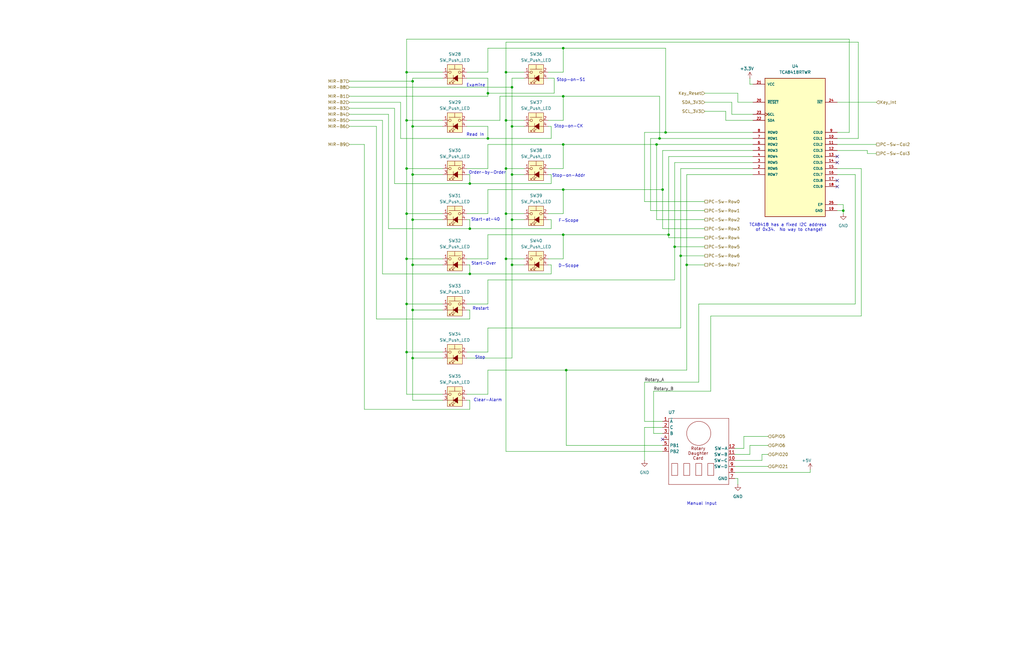
<source format=kicad_sch>
(kicad_sch
	(version 20231120)
	(generator "eeschema")
	(generator_version "8.0")
	(uuid "6fa82b8b-c3d9-47c2-9141-cdb6f5b8f855")
	(paper "B")
	(lib_symbols
		(symbol "Switch:SW_Push_LED"
			(pin_names
				(offset 1.016) hide)
			(exclude_from_sim no)
			(in_bom yes)
			(on_board yes)
			(property "Reference" "SW"
				(at 0 7.62 0)
				(effects
					(font
						(size 1.27 1.27)
					)
				)
			)
			(property "Value" "SW_Push_LED"
				(at 0 -3.81 0)
				(effects
					(font
						(size 1.27 1.27)
					)
				)
			)
			(property "Footprint" ""
				(at 0 7.62 0)
				(effects
					(font
						(size 1.27 1.27)
					)
					(hide yes)
				)
			)
			(property "Datasheet" "~"
				(at 0 7.62 0)
				(effects
					(font
						(size 1.27 1.27)
					)
					(hide yes)
				)
			)
			(property "Description" "Push button switch with LED, generic"
				(at 0 0 0)
				(effects
					(font
						(size 1.27 1.27)
					)
					(hide yes)
				)
			)
			(property "ki_keywords" "switch normally-open pushbutton push-button LED"
				(at 0 0 0)
				(effects
					(font
						(size 1.27 1.27)
					)
					(hide yes)
				)
			)
			(symbol "SW_Push_LED_0_0"
				(polyline
					(pts
						(xy -2.54 0) (xy 2.54 0)
					)
					(stroke
						(width 0)
						(type default)
					)
					(fill
						(type none)
					)
				)
				(polyline
					(pts
						(xy -2.286 -2.159) (xy -1.016 -0.889)
					)
					(stroke
						(width 0)
						(type default)
					)
					(fill
						(type none)
					)
				)
				(polyline
					(pts
						(xy -1.016 -2.159) (xy 0.254 -0.889)
					)
					(stroke
						(width 0)
						(type default)
					)
					(fill
						(type none)
					)
				)
				(polyline
					(pts
						(xy -0.635 1.27) (xy -0.635 -1.27)
					)
					(stroke
						(width 0)
						(type default)
					)
					(fill
						(type none)
					)
				)
				(polyline
					(pts
						(xy -2.286 -1.524) (xy -2.286 -2.159) (xy -1.651 -2.159)
					)
					(stroke
						(width 0)
						(type default)
					)
					(fill
						(type none)
					)
				)
				(polyline
					(pts
						(xy -1.016 -1.524) (xy -1.016 -2.159) (xy -0.381 -2.159)
					)
					(stroke
						(width 0)
						(type default)
					)
					(fill
						(type none)
					)
				)
				(polyline
					(pts
						(xy -0.635 0) (xy 1.27 1.27) (xy 1.27 -1.27) (xy -0.635 0)
					)
					(stroke
						(width 0)
						(type default)
					)
					(fill
						(type outline)
					)
				)
			)
			(symbol "SW_Push_LED_0_1"
				(circle
					(center -2.032 2.54)
					(radius 0.508)
					(stroke
						(width 0)
						(type default)
					)
					(fill
						(type none)
					)
				)
				(polyline
					(pts
						(xy 0 3.81) (xy 0 5.588)
					)
					(stroke
						(width 0)
						(type default)
					)
					(fill
						(type none)
					)
				)
				(polyline
					(pts
						(xy 2.54 3.81) (xy -2.54 3.81)
					)
					(stroke
						(width 0)
						(type default)
					)
					(fill
						(type none)
					)
				)
				(circle
					(center 2.032 2.54)
					(radius 0.508)
					(stroke
						(width 0)
						(type default)
					)
					(fill
						(type none)
					)
				)
				(pin passive line
					(at -5.08 2.54 0)
					(length 2.54)
					(name "1"
						(effects
							(font
								(size 1.27 1.27)
							)
						)
					)
					(number "1"
						(effects
							(font
								(size 1.27 1.27)
							)
						)
					)
				)
				(pin passive line
					(at 5.08 2.54 180)
					(length 2.54)
					(name "2"
						(effects
							(font
								(size 1.27 1.27)
							)
						)
					)
					(number "2"
						(effects
							(font
								(size 1.27 1.27)
							)
						)
					)
				)
				(pin passive line
					(at -5.08 0 0)
					(length 2.54)
					(name "K"
						(effects
							(font
								(size 1.27 1.27)
							)
						)
					)
					(number "3"
						(effects
							(font
								(size 1.27 1.27)
							)
						)
					)
				)
				(pin passive line
					(at 5.08 0 180)
					(length 2.54)
					(name "A"
						(effects
							(font
								(size 1.27 1.27)
							)
						)
					)
					(number "4"
						(effects
							(font
								(size 1.27 1.27)
							)
						)
					)
				)
			)
			(symbol "SW_Push_LED_1_1"
				(rectangle
					(start -3.175 5.715)
					(end 3.175 -2.54)
					(stroke
						(width 0)
						(type default)
					)
					(fill
						(type background)
					)
				)
			)
		)
		(symbol "mWW_Library:Rotary-Daughter"
			(exclude_from_sim no)
			(in_bom yes)
			(on_board yes)
			(property "Reference" "U"
				(at 6.35 1.27 0)
				(effects
					(font
						(size 1.27 1.27)
					)
				)
			)
			(property "Value" "Rotary-Daughter"
				(at 6.35 1.27 0)
				(effects
					(font
						(size 1.27 1.27)
					)
				)
			)
			(property "Footprint" "mWW-Project-Library:Rotary-Daughter-PCB"
				(at 6.35 1.27 0)
				(effects
					(font
						(size 1.27 1.27)
					)
					(hide yes)
				)
			)
			(property "Datasheet" ""
				(at 6.35 1.27 0)
				(effects
					(font
						(size 1.27 1.27)
					)
					(hide yes)
				)
			)
			(property "Description" ""
				(at 6.35 1.27 0)
				(effects
					(font
						(size 1.27 1.27)
					)
					(hide yes)
				)
			)
			(symbol "Rotary-Daughter_0_1"
				(rectangle
					(start 0 0)
					(end 25.4 -27.94)
					(stroke
						(width 0)
						(type default)
					)
					(fill
						(type none)
					)
				)
				(rectangle
					(start 1.27 -19.05)
					(end 3.81 -24.13)
					(stroke
						(width 0)
						(type default)
					)
					(fill
						(type none)
					)
				)
				(rectangle
					(start 6.35 -19.05)
					(end 8.89 -24.13)
					(stroke
						(width 0)
						(type default)
					)
					(fill
						(type none)
					)
				)
				(rectangle
					(start 11.43 -19.05)
					(end 13.97 -24.13)
					(stroke
						(width 0)
						(type default)
					)
					(fill
						(type none)
					)
				)
				(circle
					(center 12.7 -6.35)
					(radius 5.08)
					(stroke
						(width 0)
						(type default)
					)
					(fill
						(type none)
					)
				)
				(rectangle
					(start 16.51 -19.05)
					(end 19.05 -24.13)
					(stroke
						(width 0)
						(type default)
					)
					(fill
						(type none)
					)
				)
			)
			(symbol "Rotary-Daughter_1_1"
				(text "Rotary\nDaughter\nCard"
					(at 12.446 -14.732 0)
					(effects
						(font
							(size 1.27 1.27)
						)
					)
				)
				(pin passive line
					(at -2.54 -1.27 0)
					(length 2.54)
					(name "A"
						(effects
							(font
								(size 1.27 1.27)
							)
						)
					)
					(number "1"
						(effects
							(font
								(size 1.27 1.27)
							)
						)
					)
				)
				(pin passive line
					(at 27.94 -17.78 180)
					(length 2.54)
					(name "SW-C"
						(effects
							(font
								(size 1.27 1.27)
							)
						)
					)
					(number "10"
						(effects
							(font
								(size 1.27 1.27)
							)
						)
					)
				)
				(pin passive line
					(at 27.94 -15.24 180)
					(length 2.54)
					(name "SW-B"
						(effects
							(font
								(size 1.27 1.27)
							)
						)
					)
					(number "11"
						(effects
							(font
								(size 1.27 1.27)
							)
						)
					)
				)
				(pin passive line
					(at 27.94 -12.7 180)
					(length 2.54)
					(name "SW-A"
						(effects
							(font
								(size 1.27 1.27)
							)
						)
					)
					(number "12"
						(effects
							(font
								(size 1.27 1.27)
							)
						)
					)
				)
				(pin passive line
					(at -2.54 -3.81 0)
					(length 2.54)
					(name "C"
						(effects
							(font
								(size 1.27 1.27)
							)
						)
					)
					(number "2"
						(effects
							(font
								(size 1.27 1.27)
							)
						)
					)
				)
				(pin passive line
					(at -2.54 -6.35 0)
					(length 2.54)
					(name "B"
						(effects
							(font
								(size 1.27 1.27)
							)
						)
					)
					(number "3"
						(effects
							(font
								(size 1.27 1.27)
							)
						)
					)
				)
				(pin passive line
					(at -2.54 -8.89 0)
					(length 2.54)
					(name ""
						(effects
							(font
								(size 1.27 1.27)
							)
						)
					)
					(number "4"
						(effects
							(font
								(size 1.27 1.27)
							)
						)
					)
				)
				(pin passive line
					(at -2.54 -11.43 0)
					(length 2.54)
					(name "PB1"
						(effects
							(font
								(size 1.27 1.27)
							)
						)
					)
					(number "5"
						(effects
							(font
								(size 1.27 1.27)
							)
						)
					)
				)
				(pin passive line
					(at -2.54 -13.97 0)
					(length 2.54)
					(name "PB2"
						(effects
							(font
								(size 1.27 1.27)
							)
						)
					)
					(number "6"
						(effects
							(font
								(size 1.27 1.27)
							)
						)
					)
				)
				(pin passive line
					(at 27.94 -25.4 180)
					(length 2.54)
					(name "GND"
						(effects
							(font
								(size 1.27 1.27)
							)
						)
					)
					(number "7"
						(effects
							(font
								(size 1.27 1.27)
							)
						)
					)
				)
				(pin passive line
					(at 27.94 -22.86 180)
					(length 2.54)
					(name ""
						(effects
							(font
								(size 1.27 1.27)
							)
						)
					)
					(number "8"
						(effects
							(font
								(size 1.27 1.27)
							)
						)
					)
				)
				(pin passive line
					(at 27.94 -20.32 180)
					(length 2.54)
					(name "SW-D"
						(effects
							(font
								(size 1.27 1.27)
							)
						)
					)
					(number "9"
						(effects
							(font
								(size 1.27 1.27)
							)
						)
					)
				)
			)
		)
		(symbol "mWW_Library:TCA8418RTWR"
			(pin_names
				(offset 1.016)
			)
			(exclude_from_sim no)
			(in_bom yes)
			(on_board yes)
			(property "Reference" "U"
				(at -12.7 28.702 0)
				(effects
					(font
						(size 1.27 1.27)
					)
					(justify left bottom)
				)
			)
			(property "Value" "TCA8418RTWR"
				(at -12.7 -31.242 0)
				(effects
					(font
						(size 1.27 1.27)
					)
					(justify left top)
				)
			)
			(property "Footprint" "TCA8418RTWR:QFN50P400X400X80-25N"
				(at 0 0 0)
				(effects
					(font
						(size 1.27 1.27)
					)
					(justify bottom)
					(hide yes)
				)
			)
			(property "Datasheet" ""
				(at 0 0 0)
				(effects
					(font
						(size 1.27 1.27)
					)
					(hide yes)
				)
			)
			(property "Description" ""
				(at 0 0 0)
				(effects
					(font
						(size 1.27 1.27)
					)
					(hide yes)
				)
			)
			(property "MF" "Texas Instruments"
				(at 0 0 0)
				(effects
					(font
						(size 1.27 1.27)
					)
					(justify bottom)
					(hide yes)
				)
			)
			(property "MAXIMUM_PACKAGE_HEIGHT" "0.8mm"
				(at 0 0 0)
				(effects
					(font
						(size 1.27 1.27)
					)
					(justify bottom)
					(hide yes)
				)
			)
			(property "Package" "WQFN-24 Texas Instruments"
				(at 0 0 0)
				(effects
					(font
						(size 1.27 1.27)
					)
					(justify bottom)
					(hide yes)
				)
			)
			(property "Price" "None"
				(at 0 0 0)
				(effects
					(font
						(size 1.27 1.27)
					)
					(justify bottom)
					(hide yes)
				)
			)
			(property "Check_prices" "https://www.snapeda.com/parts/TCA8418RTWR/Texas+Instruments/view-part/?ref=eda"
				(at 0 0 0)
				(effects
					(font
						(size 1.27 1.27)
					)
					(justify bottom)
					(hide yes)
				)
			)
			(property "STANDARD" "IPC-7351B"
				(at 0 0 0)
				(effects
					(font
						(size 1.27 1.27)
					)
					(justify bottom)
					(hide yes)
				)
			)
			(property "PARTREV" "G"
				(at 0 0 0)
				(effects
					(font
						(size 1.27 1.27)
					)
					(justify bottom)
					(hide yes)
				)
			)
			(property "SnapEDA_Link" "https://www.snapeda.com/parts/TCA8418RTWR/Texas+Instruments/view-part/?ref=snap"
				(at 0 0 0)
				(effects
					(font
						(size 1.27 1.27)
					)
					(justify bottom)
					(hide yes)
				)
			)
			(property "MP" "TCA8418RTWR"
				(at 0 0 0)
				(effects
					(font
						(size 1.27 1.27)
					)
					(justify bottom)
					(hide yes)
				)
			)
			(property "Description_1" "\n18-bit 1.65- to 3.6-V 1MHz I2C/SMBus keypad scanner with interrupt, reset & 80 key support\n"
				(at 0 0 0)
				(effects
					(font
						(size 1.27 1.27)
					)
					(justify bottom)
					(hide yes)
				)
			)
			(property "Availability" "In Stock"
				(at 0 0 0)
				(effects
					(font
						(size 1.27 1.27)
					)
					(justify bottom)
					(hide yes)
				)
			)
			(property "MANUFACTURER" "Texas Instruments"
				(at 0 0 0)
				(effects
					(font
						(size 1.27 1.27)
					)
					(justify bottom)
					(hide yes)
				)
			)
			(symbol "TCA8418RTWR_0_0"
				(rectangle
					(start -12.7 -30.48)
					(end 12.7 27.94)
					(stroke
						(width 0.254)
						(type default)
					)
					(fill
						(type background)
					)
				)
				(pin bidirectional line
					(at -17.78 -12.7 0)
					(length 5.08)
					(name "ROW7"
						(effects
							(font
								(size 1.016 1.016)
							)
						)
					)
					(number "1"
						(effects
							(font
								(size 1.016 1.016)
							)
						)
					)
				)
				(pin bidirectional line
					(at 17.78 2.54 180)
					(length 5.08)
					(name "COL1"
						(effects
							(font
								(size 1.016 1.016)
							)
						)
					)
					(number "10"
						(effects
							(font
								(size 1.016 1.016)
							)
						)
					)
				)
				(pin bidirectional line
					(at 17.78 0 180)
					(length 5.08)
					(name "COL2"
						(effects
							(font
								(size 1.016 1.016)
							)
						)
					)
					(number "11"
						(effects
							(font
								(size 1.016 1.016)
							)
						)
					)
				)
				(pin bidirectional line
					(at 17.78 -2.54 180)
					(length 5.08)
					(name "COL3"
						(effects
							(font
								(size 1.016 1.016)
							)
						)
					)
					(number "12"
						(effects
							(font
								(size 1.016 1.016)
							)
						)
					)
				)
				(pin bidirectional line
					(at 17.78 -5.08 180)
					(length 5.08)
					(name "COL4"
						(effects
							(font
								(size 1.016 1.016)
							)
						)
					)
					(number "13"
						(effects
							(font
								(size 1.016 1.016)
							)
						)
					)
				)
				(pin bidirectional line
					(at 17.78 -7.62 180)
					(length 5.08)
					(name "COL5"
						(effects
							(font
								(size 1.016 1.016)
							)
						)
					)
					(number "14"
						(effects
							(font
								(size 1.016 1.016)
							)
						)
					)
				)
				(pin bidirectional line
					(at 17.78 -10.16 180)
					(length 5.08)
					(name "COL6"
						(effects
							(font
								(size 1.016 1.016)
							)
						)
					)
					(number "15"
						(effects
							(font
								(size 1.016 1.016)
							)
						)
					)
				)
				(pin bidirectional line
					(at 17.78 -12.7 180)
					(length 5.08)
					(name "COL7"
						(effects
							(font
								(size 1.016 1.016)
							)
						)
					)
					(number "16"
						(effects
							(font
								(size 1.016 1.016)
							)
						)
					)
				)
				(pin bidirectional line
					(at 17.78 -15.24 180)
					(length 5.08)
					(name "COL8"
						(effects
							(font
								(size 1.016 1.016)
							)
						)
					)
					(number "17"
						(effects
							(font
								(size 1.016 1.016)
							)
						)
					)
				)
				(pin bidirectional line
					(at 17.78 -17.78 180)
					(length 5.08)
					(name "COL9"
						(effects
							(font
								(size 1.016 1.016)
							)
						)
					)
					(number "18"
						(effects
							(font
								(size 1.016 1.016)
							)
						)
					)
				)
				(pin power_in line
					(at 17.78 -27.94 180)
					(length 5.08)
					(name "GND"
						(effects
							(font
								(size 1.016 1.016)
							)
						)
					)
					(number "19"
						(effects
							(font
								(size 1.016 1.016)
							)
						)
					)
				)
				(pin bidirectional line
					(at -17.78 -10.16 0)
					(length 5.08)
					(name "ROW6"
						(effects
							(font
								(size 1.016 1.016)
							)
						)
					)
					(number "2"
						(effects
							(font
								(size 1.016 1.016)
							)
						)
					)
				)
				(pin input line
					(at -17.78 17.78 0)
					(length 5.08)
					(name "~{RESET}"
						(effects
							(font
								(size 1.016 1.016)
							)
						)
					)
					(number "20"
						(effects
							(font
								(size 1.016 1.016)
							)
						)
					)
				)
				(pin power_in line
					(at -17.78 25.4 0)
					(length 5.08)
					(name "VCC"
						(effects
							(font
								(size 1.016 1.016)
							)
						)
					)
					(number "21"
						(effects
							(font
								(size 1.016 1.016)
							)
						)
					)
				)
				(pin bidirectional line
					(at -17.78 10.16 0)
					(length 5.08)
					(name "SDA"
						(effects
							(font
								(size 1.016 1.016)
							)
						)
					)
					(number "22"
						(effects
							(font
								(size 1.016 1.016)
							)
						)
					)
				)
				(pin input clock
					(at -17.78 12.7 0)
					(length 5.08)
					(name "SCL"
						(effects
							(font
								(size 1.016 1.016)
							)
						)
					)
					(number "23"
						(effects
							(font
								(size 1.016 1.016)
							)
						)
					)
				)
				(pin output line
					(at 17.78 17.78 180)
					(length 5.08)
					(name "~{INT}"
						(effects
							(font
								(size 1.016 1.016)
							)
						)
					)
					(number "24"
						(effects
							(font
								(size 1.016 1.016)
							)
						)
					)
				)
				(pin passive line
					(at 17.78 -25.4 180)
					(length 5.08)
					(name "EP"
						(effects
							(font
								(size 1.016 1.016)
							)
						)
					)
					(number "25"
						(effects
							(font
								(size 1.016 1.016)
							)
						)
					)
				)
				(pin bidirectional line
					(at -17.78 -7.62 0)
					(length 5.08)
					(name "ROW5"
						(effects
							(font
								(size 1.016 1.016)
							)
						)
					)
					(number "3"
						(effects
							(font
								(size 1.016 1.016)
							)
						)
					)
				)
				(pin bidirectional line
					(at -17.78 -5.08 0)
					(length 5.08)
					(name "ROW4"
						(effects
							(font
								(size 1.016 1.016)
							)
						)
					)
					(number "4"
						(effects
							(font
								(size 1.016 1.016)
							)
						)
					)
				)
				(pin bidirectional line
					(at -17.78 -2.54 0)
					(length 5.08)
					(name "ROW3"
						(effects
							(font
								(size 1.016 1.016)
							)
						)
					)
					(number "5"
						(effects
							(font
								(size 1.016 1.016)
							)
						)
					)
				)
				(pin bidirectional line
					(at -17.78 0 0)
					(length 5.08)
					(name "ROW2"
						(effects
							(font
								(size 1.016 1.016)
							)
						)
					)
					(number "6"
						(effects
							(font
								(size 1.016 1.016)
							)
						)
					)
				)
				(pin bidirectional line
					(at -17.78 2.54 0)
					(length 5.08)
					(name "ROW1"
						(effects
							(font
								(size 1.016 1.016)
							)
						)
					)
					(number "7"
						(effects
							(font
								(size 1.016 1.016)
							)
						)
					)
				)
				(pin bidirectional line
					(at -17.78 5.08 0)
					(length 5.08)
					(name "ROW0"
						(effects
							(font
								(size 1.016 1.016)
							)
						)
					)
					(number "8"
						(effects
							(font
								(size 1.016 1.016)
							)
						)
					)
				)
				(pin bidirectional line
					(at 17.78 5.08 180)
					(length 5.08)
					(name "COL0"
						(effects
							(font
								(size 1.016 1.016)
							)
						)
					)
					(number "9"
						(effects
							(font
								(size 1.016 1.016)
							)
						)
					)
				)
			)
		)
		(symbol "power:+3.3V"
			(power)
			(pin_numbers hide)
			(pin_names
				(offset 0) hide)
			(exclude_from_sim no)
			(in_bom yes)
			(on_board yes)
			(property "Reference" "#PWR"
				(at 0 -3.81 0)
				(effects
					(font
						(size 1.27 1.27)
					)
					(hide yes)
				)
			)
			(property "Value" "+3.3V"
				(at 0 3.556 0)
				(effects
					(font
						(size 1.27 1.27)
					)
				)
			)
			(property "Footprint" ""
				(at 0 0 0)
				(effects
					(font
						(size 1.27 1.27)
					)
					(hide yes)
				)
			)
			(property "Datasheet" ""
				(at 0 0 0)
				(effects
					(font
						(size 1.27 1.27)
					)
					(hide yes)
				)
			)
			(property "Description" "Power symbol creates a global label with name \"+3.3V\""
				(at 0 0 0)
				(effects
					(font
						(size 1.27 1.27)
					)
					(hide yes)
				)
			)
			(property "ki_keywords" "global power"
				(at 0 0 0)
				(effects
					(font
						(size 1.27 1.27)
					)
					(hide yes)
				)
			)
			(symbol "+3.3V_0_1"
				(polyline
					(pts
						(xy -0.762 1.27) (xy 0 2.54)
					)
					(stroke
						(width 0)
						(type default)
					)
					(fill
						(type none)
					)
				)
				(polyline
					(pts
						(xy 0 0) (xy 0 2.54)
					)
					(stroke
						(width 0)
						(type default)
					)
					(fill
						(type none)
					)
				)
				(polyline
					(pts
						(xy 0 2.54) (xy 0.762 1.27)
					)
					(stroke
						(width 0)
						(type default)
					)
					(fill
						(type none)
					)
				)
			)
			(symbol "+3.3V_1_1"
				(pin power_in line
					(at 0 0 90)
					(length 0)
					(name "~"
						(effects
							(font
								(size 1.27 1.27)
							)
						)
					)
					(number "1"
						(effects
							(font
								(size 1.27 1.27)
							)
						)
					)
				)
			)
		)
		(symbol "power:+5V"
			(power)
			(pin_numbers hide)
			(pin_names
				(offset 0) hide)
			(exclude_from_sim no)
			(in_bom yes)
			(on_board yes)
			(property "Reference" "#PWR"
				(at 0 -3.81 0)
				(effects
					(font
						(size 1.27 1.27)
					)
					(hide yes)
				)
			)
			(property "Value" "+5V"
				(at 0 3.556 0)
				(effects
					(font
						(size 1.27 1.27)
					)
				)
			)
			(property "Footprint" ""
				(at 0 0 0)
				(effects
					(font
						(size 1.27 1.27)
					)
					(hide yes)
				)
			)
			(property "Datasheet" ""
				(at 0 0 0)
				(effects
					(font
						(size 1.27 1.27)
					)
					(hide yes)
				)
			)
			(property "Description" "Power symbol creates a global label with name \"+5V\""
				(at 0 0 0)
				(effects
					(font
						(size 1.27 1.27)
					)
					(hide yes)
				)
			)
			(property "ki_keywords" "global power"
				(at 0 0 0)
				(effects
					(font
						(size 1.27 1.27)
					)
					(hide yes)
				)
			)
			(symbol "+5V_0_1"
				(polyline
					(pts
						(xy -0.762 1.27) (xy 0 2.54)
					)
					(stroke
						(width 0)
						(type default)
					)
					(fill
						(type none)
					)
				)
				(polyline
					(pts
						(xy 0 0) (xy 0 2.54)
					)
					(stroke
						(width 0)
						(type default)
					)
					(fill
						(type none)
					)
				)
				(polyline
					(pts
						(xy 0 2.54) (xy 0.762 1.27)
					)
					(stroke
						(width 0)
						(type default)
					)
					(fill
						(type none)
					)
				)
			)
			(symbol "+5V_1_1"
				(pin power_in line
					(at 0 0 90)
					(length 0)
					(name "~"
						(effects
							(font
								(size 1.27 1.27)
							)
						)
					)
					(number "1"
						(effects
							(font
								(size 1.27 1.27)
							)
						)
					)
				)
			)
		)
		(symbol "power:GND"
			(power)
			(pin_numbers hide)
			(pin_names
				(offset 0) hide)
			(exclude_from_sim no)
			(in_bom yes)
			(on_board yes)
			(property "Reference" "#PWR"
				(at 0 -6.35 0)
				(effects
					(font
						(size 1.27 1.27)
					)
					(hide yes)
				)
			)
			(property "Value" "GND"
				(at 0 -3.81 0)
				(effects
					(font
						(size 1.27 1.27)
					)
				)
			)
			(property "Footprint" ""
				(at 0 0 0)
				(effects
					(font
						(size 1.27 1.27)
					)
					(hide yes)
				)
			)
			(property "Datasheet" ""
				(at 0 0 0)
				(effects
					(font
						(size 1.27 1.27)
					)
					(hide yes)
				)
			)
			(property "Description" "Power symbol creates a global label with name \"GND\" , ground"
				(at 0 0 0)
				(effects
					(font
						(size 1.27 1.27)
					)
					(hide yes)
				)
			)
			(property "ki_keywords" "global power"
				(at 0 0 0)
				(effects
					(font
						(size 1.27 1.27)
					)
					(hide yes)
				)
			)
			(symbol "GND_0_1"
				(polyline
					(pts
						(xy 0 0) (xy 0 -1.27) (xy 1.27 -1.27) (xy 0 -2.54) (xy -1.27 -1.27) (xy 0 -1.27)
					)
					(stroke
						(width 0)
						(type default)
					)
					(fill
						(type none)
					)
				)
			)
			(symbol "GND_1_1"
				(pin power_in line
					(at 0 0 270)
					(length 0)
					(name "~"
						(effects
							(font
								(size 1.27 1.27)
							)
						)
					)
					(number "1"
						(effects
							(font
								(size 1.27 1.27)
							)
						)
					)
				)
			)
		)
	)
	(junction
		(at 237.49 99.06)
		(diameter 0)
		(color 0 0 0 0)
		(uuid "05710058-5ff3-41d2-b6f7-ffb4fd2b0385")
	)
	(junction
		(at 171.45 148.59)
		(diameter 0)
		(color 0 0 0 0)
		(uuid "0b11211d-cbd7-4911-967e-71fbdde6ce9d")
	)
	(junction
		(at 171.45 90.17)
		(diameter 0)
		(color 0 0 0 0)
		(uuid "0b5f287f-ddf3-40fc-b177-62138a44f93f")
	)
	(junction
		(at 205.74 58.42)
		(diameter 0)
		(color 0 0 0 0)
		(uuid "1160a642-43e9-4a23-9d66-5eb23f0c3160")
	)
	(junction
		(at 237.49 40.64)
		(diameter 0)
		(color 0 0 0 0)
		(uuid "16644842-24bd-49e0-829b-651f9560b5f2")
	)
	(junction
		(at 237.49 60.96)
		(diameter 0)
		(color 0 0 0 0)
		(uuid "18e10ee7-f2b5-453f-8f58-ae2b7c64e83f")
	)
	(junction
		(at 215.9 36.83)
		(diameter 0)
		(color 0 0 0 0)
		(uuid "1e06cfc6-aa93-4fe4-8f3e-dc72de30a732")
	)
	(junction
		(at 355.6 88.9)
		(diameter 0)
		(color 0 0 0 0)
		(uuid "1e609dd7-814a-4106-bcf3-b42ecf6aa813")
	)
	(junction
		(at 215.9 53.34)
		(diameter 0)
		(color 0 0 0 0)
		(uuid "234b46f2-8bf9-4eca-93b7-ef357d005367")
	)
	(junction
		(at 173.99 34.29)
		(diameter 0)
		(color 0 0 0 0)
		(uuid "32c16a0a-0e63-4bb1-b603-95e6811e9c1f")
	)
	(junction
		(at 213.36 71.12)
		(diameter 0)
		(color 0 0 0 0)
		(uuid "35ce8e26-d3f6-4a58-9524-c5d659682059")
	)
	(junction
		(at 237.49 20.32)
		(diameter 0)
		(color 0 0 0 0)
		(uuid "3c71c56b-68b9-4615-8544-59889484d2af")
	)
	(junction
		(at 281.94 99.06)
		(diameter 0)
		(color 0 0 0 0)
		(uuid "42d40913-090d-42e2-81fb-d21379149a1a")
	)
	(junction
		(at 171.45 109.22)
		(diameter 0)
		(color 0 0 0 0)
		(uuid "4d34760a-0378-4eae-87dd-cd491f74d085")
	)
	(junction
		(at 198.12 77.47)
		(diameter 0)
		(color 0 0 0 0)
		(uuid "56c2bfcd-ee1e-4920-a257-c8406ab19755")
	)
	(junction
		(at 213.36 109.22)
		(diameter 0)
		(color 0 0 0 0)
		(uuid "577cc676-bac7-498e-bf92-5384eb2e0743")
	)
	(junction
		(at 198.12 96.52)
		(diameter 0)
		(color 0 0 0 0)
		(uuid "60f35f0c-f3cb-49e3-822b-891a65c6be37")
	)
	(junction
		(at 173.99 151.13)
		(diameter 0)
		(color 0 0 0 0)
		(uuid "622c9f93-d72e-4aa6-8c78-3138c812b7ec")
	)
	(junction
		(at 215.9 111.76)
		(diameter 0)
		(color 0 0 0 0)
		(uuid "64244290-09c8-4c56-bf06-877b686c8361")
	)
	(junction
		(at 205.74 39.37)
		(diameter 0)
		(color 0 0 0 0)
		(uuid "6b4b9e26-4ff4-4c55-b9d8-d807448a104d")
	)
	(junction
		(at 198.12 115.57)
		(diameter 0)
		(color 0 0 0 0)
		(uuid "6cf24a2c-4d29-4bfb-bd8a-75ce15fdf06b")
	)
	(junction
		(at 213.36 50.8)
		(diameter 0)
		(color 0 0 0 0)
		(uuid "6cff8ee3-a194-4895-beb6-515aa4120933")
	)
	(junction
		(at 278.13 58.42)
		(diameter 0)
		(color 0 0 0 0)
		(uuid "6ed692cf-50a6-4e73-b35d-6b22daddddad")
	)
	(junction
		(at 171.45 30.48)
		(diameter 0)
		(color 0 0 0 0)
		(uuid "6edc7629-ff94-4fbf-ab6f-5f8895fba3b2")
	)
	(junction
		(at 280.67 55.88)
		(diameter 0)
		(color 0 0 0 0)
		(uuid "719fe8f7-2e03-464b-8dc0-b25fac308fb0")
	)
	(junction
		(at 289.56 111.76)
		(diameter 0)
		(color 0 0 0 0)
		(uuid "73132941-8785-420f-88ba-b3ac8a396fd3")
	)
	(junction
		(at 171.45 71.12)
		(diameter 0)
		(color 0 0 0 0)
		(uuid "77e4cd15-9484-4563-a241-a94ecf2e477c")
	)
	(junction
		(at 171.45 50.8)
		(diameter 0)
		(color 0 0 0 0)
		(uuid "80cbf51a-5eb3-45e8-a561-bf801ffa890e")
	)
	(junction
		(at 173.99 73.66)
		(diameter 0)
		(color 0 0 0 0)
		(uuid "825ed9c4-db4d-4d70-b8f6-87b24b46c542")
	)
	(junction
		(at 173.99 111.76)
		(diameter 0)
		(color 0 0 0 0)
		(uuid "9321dd50-530c-4e4e-b961-351116328f79")
	)
	(junction
		(at 284.48 104.14)
		(diameter 0)
		(color 0 0 0 0)
		(uuid "96c3632f-a2a6-4a09-b07d-eb080471dea8")
	)
	(junction
		(at 215.9 73.66)
		(diameter 0)
		(color 0 0 0 0)
		(uuid "9a692992-0884-4038-a7c8-5e15476fb5f9")
	)
	(junction
		(at 173.99 53.34)
		(diameter 0)
		(color 0 0 0 0)
		(uuid "a3bf43f1-0f38-4495-9081-f8ac5ff70a85")
	)
	(junction
		(at 215.9 92.71)
		(diameter 0)
		(color 0 0 0 0)
		(uuid "ab2e9fe7-d4b8-4f0a-8207-3dcdab5b75f7")
	)
	(junction
		(at 238.76 156.21)
		(diameter 0)
		(color 0 0 0 0)
		(uuid "b1bc88a3-143b-42df-83aa-d065c03924cf")
	)
	(junction
		(at 279.4 80.01)
		(diameter 0)
		(color 0 0 0 0)
		(uuid "c4e2591c-be00-4a96-8e0f-4c2cf7c1576f")
	)
	(junction
		(at 276.86 60.96)
		(diameter 0)
		(color 0 0 0 0)
		(uuid "c5ca8206-dc5d-4089-abb2-439d1138b10e")
	)
	(junction
		(at 237.49 80.01)
		(diameter 0)
		(color 0 0 0 0)
		(uuid "d4dcb433-9206-47b7-bb4f-4409b45d80fb")
	)
	(junction
		(at 213.36 90.17)
		(diameter 0)
		(color 0 0 0 0)
		(uuid "d81f78fb-7dfa-413d-bf2c-e56bc8176fce")
	)
	(junction
		(at 287.02 107.95)
		(diameter 0)
		(color 0 0 0 0)
		(uuid "e21d96b9-46b8-4a81-bb06-a5e9f8eeaee8")
	)
	(junction
		(at 213.36 30.48)
		(diameter 0)
		(color 0 0 0 0)
		(uuid "e44bcdb7-c3e2-4ea7-ba81-dffa91cf4444")
	)
	(junction
		(at 173.99 130.81)
		(diameter 0)
		(color 0 0 0 0)
		(uuid "ec7ec655-5a4a-41e7-bdb2-ba676fc6b4dd")
	)
	(junction
		(at 171.45 128.27)
		(diameter 0)
		(color 0 0 0 0)
		(uuid "f234230f-0b3b-4315-b9f1-6ccb0bf243e8")
	)
	(junction
		(at 173.99 92.71)
		(diameter 0)
		(color 0 0 0 0)
		(uuid "f8c0b0ce-d818-46d4-9a88-fb052b2e1681")
	)
	(no_connect
		(at 279.4 185.42)
		(uuid "26ccf1f1-5bb1-487d-9d53-354bb2fe2c7c")
	)
	(no_connect
		(at 353.06 66.04)
		(uuid "67d7e108-9597-4944-ab83-f1bb0d92a0ea")
	)
	(no_connect
		(at 353.06 78.74)
		(uuid "6aa15a37-5618-4b49-85e2-915510c58ee0")
	)
	(no_connect
		(at 353.06 76.2)
		(uuid "70ed11e1-7669-4c21-98cc-8715f3cfa7d5")
	)
	(no_connect
		(at 353.06 68.58)
		(uuid "7d76b71d-3d94-4d7e-90fb-b2f957c01f37")
	)
	(wire
		(pts
			(xy 186.69 33.02) (xy 173.99 33.02)
		)
		(stroke
			(width 0)
			(type default)
		)
		(uuid "00f79f5f-d017-42b0-8bfd-386de292f5fa")
	)
	(wire
		(pts
			(xy 198.12 96.52) (xy 163.83 96.52)
		)
		(stroke
			(width 0)
			(type default)
		)
		(uuid "012e3392-c41e-4cdd-9ffa-22964bdfdca7")
	)
	(wire
		(pts
			(xy 198.12 73.66) (xy 198.12 77.47)
		)
		(stroke
			(width 0)
			(type default)
		)
		(uuid "0302d087-6262-4ed9-99f7-da02de2f59f0")
	)
	(wire
		(pts
			(xy 294.64 128.27) (xy 360.68 128.27)
		)
		(stroke
			(width 0)
			(type default)
		)
		(uuid "070f8d72-3751-41b3-9279-e9cfb75f848f")
	)
	(wire
		(pts
			(xy 205.74 109.22) (xy 205.74 99.06)
		)
		(stroke
			(width 0)
			(type default)
		)
		(uuid "07e6f0e1-5713-48d4-85c3-9b1aa92852b0")
	)
	(wire
		(pts
			(xy 215.9 36.83) (xy 215.9 53.34)
		)
		(stroke
			(width 0)
			(type default)
		)
		(uuid "083b2b63-ba0b-4640-bc3a-911f5d21a2ba")
	)
	(wire
		(pts
			(xy 213.36 109.22) (xy 220.98 109.22)
		)
		(stroke
			(width 0)
			(type default)
		)
		(uuid "08a1cbe8-ff18-4b47-b524-fe1ff0c22ab6")
	)
	(wire
		(pts
			(xy 173.99 34.29) (xy 173.99 53.34)
		)
		(stroke
			(width 0)
			(type default)
		)
		(uuid "0b244ee8-3d5b-4319-886a-2ab85e65c249")
	)
	(wire
		(pts
			(xy 173.99 130.81) (xy 186.69 130.81)
		)
		(stroke
			(width 0)
			(type default)
		)
		(uuid "0c064d2f-85c0-4337-992b-f84c3f4fc18e")
	)
	(wire
		(pts
			(xy 158.75 53.34) (xy 147.32 53.34)
		)
		(stroke
			(width 0)
			(type default)
		)
		(uuid "0fdba6d0-768f-4b8a-a101-d5da8d12f425")
	)
	(wire
		(pts
			(xy 196.85 109.22) (xy 205.74 109.22)
		)
		(stroke
			(width 0)
			(type default)
		)
		(uuid "0ffa083c-b35b-42b1-b8fd-d4d5798738fd")
	)
	(wire
		(pts
			(xy 220.98 33.02) (xy 215.9 33.02)
		)
		(stroke
			(width 0)
			(type default)
		)
		(uuid "105ea09f-9275-4784-baac-78ceab6d6891")
	)
	(wire
		(pts
			(xy 213.36 109.22) (xy 213.36 190.5)
		)
		(stroke
			(width 0)
			(type default)
		)
		(uuid "117e4a58-81b8-46d6-9f46-f0b99465eb91")
	)
	(wire
		(pts
			(xy 205.74 80.01) (xy 237.49 80.01)
		)
		(stroke
			(width 0)
			(type default)
		)
		(uuid "12541540-0664-4377-be68-2a29c55d5667")
	)
	(wire
		(pts
			(xy 361.95 58.42) (xy 353.06 58.42)
		)
		(stroke
			(width 0)
			(type default)
		)
		(uuid "1304a6d5-44c4-4e3f-838d-5b9b580bb131")
	)
	(wire
		(pts
			(xy 196.85 33.02) (xy 205.74 33.02)
		)
		(stroke
			(width 0)
			(type default)
		)
		(uuid "14e5c89b-d5b3-467e-ba38-7e0ef5597f08")
	)
	(wire
		(pts
			(xy 316.23 187.96) (xy 323.85 187.96)
		)
		(stroke
			(width 0)
			(type default)
		)
		(uuid "153cd808-005b-4ef3-949d-12719ca562b6")
	)
	(wire
		(pts
			(xy 353.06 63.5) (xy 365.76 63.5)
		)
		(stroke
			(width 0)
			(type default)
		)
		(uuid "160c9581-a43d-4aff-8542-1c5306192c35")
	)
	(wire
		(pts
			(xy 210.82 40.64) (xy 237.49 40.64)
		)
		(stroke
			(width 0)
			(type default)
		)
		(uuid "164349f7-bdca-4d98-ae13-485c07a6bbb0")
	)
	(wire
		(pts
			(xy 171.45 166.37) (xy 186.69 166.37)
		)
		(stroke
			(width 0)
			(type default)
		)
		(uuid "165570cb-d3a4-4c4a-bd10-04c462384f93")
	)
	(wire
		(pts
			(xy 311.15 201.93) (xy 309.88 201.93)
		)
		(stroke
			(width 0)
			(type default)
		)
		(uuid "16ce530e-c5e2-49e4-bc0c-da772a30cf41")
	)
	(wire
		(pts
			(xy 358.14 55.88) (xy 358.14 16.51)
		)
		(stroke
			(width 0)
			(type default)
		)
		(uuid "17d25cfd-17fb-4f08-a5b1-890093e8bb5e")
	)
	(wire
		(pts
			(xy 147.32 34.29) (xy 173.99 34.29)
		)
		(stroke
			(width 0)
			(type default)
		)
		(uuid "186e807a-f64e-4e26-b21a-03d854faf6d9")
	)
	(wire
		(pts
			(xy 171.45 148.59) (xy 171.45 166.37)
		)
		(stroke
			(width 0)
			(type default)
		)
		(uuid "1910e0b4-ec41-480f-8411-19a9bfa32986")
	)
	(wire
		(pts
			(xy 297.18 39.37) (xy 311.15 39.37)
		)
		(stroke
			(width 0)
			(type default)
		)
		(uuid "1b46ce7c-3ccc-4d98-8baf-312d6444bd40")
	)
	(wire
		(pts
			(xy 173.99 151.13) (xy 186.69 151.13)
		)
		(stroke
			(width 0)
			(type default)
		)
		(uuid "1c3c84da-b946-4739-92a1-04b93afe80b0")
	)
	(wire
		(pts
			(xy 341.63 198.12) (xy 341.63 199.39)
		)
		(stroke
			(width 0)
			(type default)
		)
		(uuid "1f11c514-e0b6-4e21-82b4-c8dcf34c7197")
	)
	(wire
		(pts
			(xy 213.36 71.12) (xy 213.36 90.17)
		)
		(stroke
			(width 0)
			(type default)
		)
		(uuid "1f1d1fc6-3aee-46e1-8d98-848cd75f3857")
	)
	(wire
		(pts
			(xy 275.59 182.88) (xy 275.59 165.1)
		)
		(stroke
			(width 0)
			(type default)
		)
		(uuid "20a62e8b-0186-4228-943e-176b6828cbc7")
	)
	(wire
		(pts
			(xy 353.06 73.66) (xy 360.68 73.66)
		)
		(stroke
			(width 0)
			(type default)
		)
		(uuid "216b5e10-372c-432f-ada8-5ec07e17ef6c")
	)
	(wire
		(pts
			(xy 158.75 134.62) (xy 158.75 53.34)
		)
		(stroke
			(width 0)
			(type default)
		)
		(uuid "2597a958-bf38-486b-a87d-2459b530a11c")
	)
	(wire
		(pts
			(xy 353.06 88.9) (xy 355.6 88.9)
		)
		(stroke
			(width 0)
			(type default)
		)
		(uuid "25d39ea4-36c3-4234-871c-427361840421")
	)
	(wire
		(pts
			(xy 275.59 165.1) (xy 299.72 165.1)
		)
		(stroke
			(width 0)
			(type default)
		)
		(uuid "28287ba2-22c3-45ca-9d6c-4cb6a89d2f78")
	)
	(wire
		(pts
			(xy 309.88 189.23) (xy 313.69 189.23)
		)
		(stroke
			(width 0)
			(type default)
		)
		(uuid "29b814e3-4037-43a1-82d0-fe343073e65d")
	)
	(wire
		(pts
			(xy 163.83 48.26) (xy 147.32 48.26)
		)
		(stroke
			(width 0)
			(type default)
		)
		(uuid "2aa1b026-a2ef-4c5a-aa9d-9df0c005e9fe")
	)
	(wire
		(pts
			(xy 205.74 60.96) (xy 237.49 60.96)
		)
		(stroke
			(width 0)
			(type default)
		)
		(uuid "2d7387c6-1efc-4769-b9a9-052300e05b06")
	)
	(wire
		(pts
			(xy 196.85 73.66) (xy 198.12 73.66)
		)
		(stroke
			(width 0)
			(type default)
		)
		(uuid "2dfaf601-69f3-4e85-b127-4e35bd729c30")
	)
	(wire
		(pts
			(xy 171.45 50.8) (xy 186.69 50.8)
		)
		(stroke
			(width 0)
			(type default)
		)
		(uuid "2ec55638-16c3-42cf-b386-8cb723676382")
	)
	(wire
		(pts
			(xy 205.74 99.06) (xy 237.49 99.06)
		)
		(stroke
			(width 0)
			(type default)
		)
		(uuid "2f63801c-70ea-4f94-a410-9734b2a11f1e")
	)
	(wire
		(pts
			(xy 321.31 194.31) (xy 309.88 194.31)
		)
		(stroke
			(width 0)
			(type default)
		)
		(uuid "2f8a1f33-4064-4fa6-bbbb-78417d2c089e")
	)
	(wire
		(pts
			(xy 205.74 53.34) (xy 205.74 58.42)
		)
		(stroke
			(width 0)
			(type default)
		)
		(uuid "30de1853-a7a2-4eab-a953-dbad6281a4a8")
	)
	(wire
		(pts
			(xy 317.5 63.5) (xy 279.4 63.5)
		)
		(stroke
			(width 0)
			(type default)
		)
		(uuid "31352df7-b1ca-411c-854f-b12f7d8adfd5")
	)
	(wire
		(pts
			(xy 186.69 148.59) (xy 171.45 148.59)
		)
		(stroke
			(width 0)
			(type default)
		)
		(uuid "32155714-95d8-4bb0-822f-d1516f75099b")
	)
	(wire
		(pts
			(xy 205.74 30.48) (xy 205.74 20.32)
		)
		(stroke
			(width 0)
			(type default)
		)
		(uuid "32dc80ec-09e1-4810-a6ed-e6446444ee38")
	)
	(wire
		(pts
			(xy 299.72 133.35) (xy 363.22 133.35)
		)
		(stroke
			(width 0)
			(type default)
		)
		(uuid "33104924-c83c-470b-abfd-ea04f1d0b401")
	)
	(wire
		(pts
			(xy 171.45 71.12) (xy 171.45 90.17)
		)
		(stroke
			(width 0)
			(type default)
		)
		(uuid "33bfa86d-a779-49e1-9ef8-46531ee531d3")
	)
	(wire
		(pts
			(xy 237.49 30.48) (xy 231.14 30.48)
		)
		(stroke
			(width 0)
			(type default)
		)
		(uuid "355e8e13-c27b-46a2-b7c5-d8372a901bbf")
	)
	(wire
		(pts
			(xy 168.91 43.18) (xy 147.32 43.18)
		)
		(stroke
			(width 0)
			(type default)
		)
		(uuid "36c45a95-6998-4387-b796-f7d3065956e7")
	)
	(wire
		(pts
			(xy 213.36 71.12) (xy 220.98 71.12)
		)
		(stroke
			(width 0)
			(type default)
		)
		(uuid "388a71b2-88f5-4ca3-8937-1b6e01ef71f5")
	)
	(wire
		(pts
			(xy 205.74 118.11) (xy 284.48 118.11)
		)
		(stroke
			(width 0)
			(type default)
		)
		(uuid "393ab8ea-3908-48b2-8758-24cd0a1b1da8")
	)
	(wire
		(pts
			(xy 220.98 30.48) (xy 213.36 30.48)
		)
		(stroke
			(width 0)
			(type default)
		)
		(uuid "3bbcf3e8-37a6-4c3c-8f3c-5bed72865f58")
	)
	(wire
		(pts
			(xy 365.76 64.77) (xy 369.57 64.77)
		)
		(stroke
			(width 0)
			(type default)
		)
		(uuid "3cdc004e-9603-48bf-8780-5350ac648041")
	)
	(wire
		(pts
			(xy 173.99 92.71) (xy 173.99 111.76)
		)
		(stroke
			(width 0)
			(type default)
		)
		(uuid "3d2010a0-c821-44f0-80e3-1577c723cba7")
	)
	(wire
		(pts
			(xy 171.45 90.17) (xy 171.45 109.22)
		)
		(stroke
			(width 0)
			(type default)
		)
		(uuid "3e1c34d5-3c97-461b-8c2a-9b8e9a1b269f")
	)
	(wire
		(pts
			(xy 213.36 30.48) (xy 213.36 17.78)
		)
		(stroke
			(width 0)
			(type default)
		)
		(uuid "3e1df48c-ca04-41db-a419-8d33424dd7b2")
	)
	(wire
		(pts
			(xy 361.95 17.78) (xy 361.95 58.42)
		)
		(stroke
			(width 0)
			(type default)
		)
		(uuid "3f10b360-4eb0-4a33-8399-dd912958a825")
	)
	(wire
		(pts
			(xy 353.06 71.12) (xy 363.22 71.12)
		)
		(stroke
			(width 0)
			(type default)
		)
		(uuid "4059683b-b1ad-4015-9249-5fc8a2b1f3db")
	)
	(wire
		(pts
			(xy 281.94 100.33) (xy 297.18 100.33)
		)
		(stroke
			(width 0)
			(type default)
		)
		(uuid "4282ed8c-8ad8-4c42-b756-82f8b17b2095")
	)
	(wire
		(pts
			(xy 232.41 73.66) (xy 232.41 77.47)
		)
		(stroke
			(width 0)
			(type default)
		)
		(uuid "42849366-15a3-4ffc-9479-c8482b6259e3")
	)
	(wire
		(pts
			(xy 173.99 33.02) (xy 173.99 34.29)
		)
		(stroke
			(width 0)
			(type default)
		)
		(uuid "42c079aa-8097-45b1-b86e-5fa2fc1aadd4")
	)
	(wire
		(pts
			(xy 275.59 182.88) (xy 279.4 182.88)
		)
		(stroke
			(width 0)
			(type default)
		)
		(uuid "437817ca-fd98-4c4e-b60d-9b992f362b2c")
	)
	(wire
		(pts
			(xy 287.02 107.95) (xy 297.18 107.95)
		)
		(stroke
			(width 0)
			(type default)
		)
		(uuid "4385cd59-4f0e-483f-a9fa-663968d94931")
	)
	(wire
		(pts
			(xy 168.91 58.42) (xy 168.91 43.18)
		)
		(stroke
			(width 0)
			(type default)
		)
		(uuid "45ea899d-c2b6-4a79-bb36-227296a0a9a8")
	)
	(wire
		(pts
			(xy 317.5 55.88) (xy 280.67 55.88)
		)
		(stroke
			(width 0)
			(type default)
		)
		(uuid "4652546f-133c-463f-8814-8d03fcfb58ff")
	)
	(wire
		(pts
			(xy 299.72 165.1) (xy 299.72 133.35)
		)
		(stroke
			(width 0)
			(type default)
		)
		(uuid "46d044fb-63ea-40a9-8c2d-0cf268847b2f")
	)
	(wire
		(pts
			(xy 237.49 71.12) (xy 231.14 71.12)
		)
		(stroke
			(width 0)
			(type default)
		)
		(uuid "4798ea2e-2fe8-4e3e-9cad-b28cd07b024c")
	)
	(wire
		(pts
			(xy 171.45 109.22) (xy 186.69 109.22)
		)
		(stroke
			(width 0)
			(type default)
		)
		(uuid "485ef7dc-2f86-494b-ad70-9aac64d9024c")
	)
	(wire
		(pts
			(xy 198.12 111.76) (xy 198.12 115.57)
		)
		(stroke
			(width 0)
			(type default)
		)
		(uuid "4bd25845-0fb9-45a5-bb0b-3236cca32699")
	)
	(wire
		(pts
			(xy 280.67 20.32) (xy 237.49 20.32)
		)
		(stroke
			(width 0)
			(type default)
		)
		(uuid "4ce8f1b8-c809-46a3-a0c1-c8271a8ef245")
	)
	(wire
		(pts
			(xy 279.4 187.96) (xy 238.76 187.96)
		)
		(stroke
			(width 0)
			(type default)
		)
		(uuid "5147edf8-3be8-441d-985b-1817b1af88bc")
	)
	(wire
		(pts
			(xy 237.49 20.32) (xy 237.49 30.48)
		)
		(stroke
			(width 0)
			(type default)
		)
		(uuid "546fb1bb-efad-4b12-8712-892474c848d4")
	)
	(wire
		(pts
			(xy 287.02 71.12) (xy 287.02 107.95)
		)
		(stroke
			(width 0)
			(type default)
		)
		(uuid "56ea3e3b-fdd0-4e04-ba7e-deec3d45a190")
	)
	(wire
		(pts
			(xy 353.06 55.88) (xy 358.14 55.88)
		)
		(stroke
			(width 0)
			(type default)
		)
		(uuid "57be926c-f364-4f93-8dd4-3c98b4960a5f")
	)
	(wire
		(pts
			(xy 163.83 96.52) (xy 163.83 48.26)
		)
		(stroke
			(width 0)
			(type default)
		)
		(uuid "5a1b8326-22c2-4b3a-8c97-299ae24988db")
	)
	(wire
		(pts
			(xy 280.67 55.88) (xy 280.67 20.32)
		)
		(stroke
			(width 0)
			(type default)
		)
		(uuid "5a33cb17-df98-4070-87b6-e573cd483232")
	)
	(wire
		(pts
			(xy 213.36 50.8) (xy 213.36 71.12)
		)
		(stroke
			(width 0)
			(type default)
		)
		(uuid "5a95c62c-751a-4b0e-b529-424da0c44d3f")
	)
	(wire
		(pts
			(xy 297.18 46.99) (xy 306.07 46.99)
		)
		(stroke
			(width 0)
			(type default)
		)
		(uuid "5c67823c-4cfd-4353-a444-8d03366c2763")
	)
	(wire
		(pts
			(xy 205.74 20.32) (xy 237.49 20.32)
		)
		(stroke
			(width 0)
			(type default)
		)
		(uuid "5c93a585-c1d5-4331-a7e4-3e78cddc8727")
	)
	(wire
		(pts
			(xy 161.29 50.8) (xy 147.32 50.8)
		)
		(stroke
			(width 0)
			(type default)
		)
		(uuid "5ee2dd74-7bd4-4408-90ae-d0f2a0deeac2")
	)
	(wire
		(pts
			(xy 198.12 168.91) (xy 198.12 172.72)
		)
		(stroke
			(width 0)
			(type default)
		)
		(uuid "5f371cbb-54ea-47a4-b46b-217967ebfcff")
	)
	(wire
		(pts
			(xy 279.4 190.5) (xy 213.36 190.5)
		)
		(stroke
			(width 0)
			(type default)
		)
		(uuid "610214bd-6e6a-456f-9951-b2d3dbf8fd15")
	)
	(wire
		(pts
			(xy 237.49 60.96) (xy 237.49 71.12)
		)
		(stroke
			(width 0)
			(type default)
		)
		(uuid "622fb38f-7934-4ffb-a312-823882c5862c")
	)
	(wire
		(pts
			(xy 205.74 33.02) (xy 205.74 39.37)
		)
		(stroke
			(width 0)
			(type default)
		)
		(uuid "6374d88b-3bf5-4033-b8d2-5782f4267a95")
	)
	(wire
		(pts
			(xy 198.12 77.47) (xy 232.41 77.47)
		)
		(stroke
			(width 0)
			(type default)
		)
		(uuid "6478adbf-c612-4d5b-bf98-f5dcc888f4c1")
	)
	(wire
		(pts
			(xy 237.49 80.01) (xy 237.49 90.17)
		)
		(stroke
			(width 0)
			(type default)
		)
		(uuid "65bd7c94-4222-44e9-8382-36530d0a824c")
	)
	(wire
		(pts
			(xy 321.31 191.77) (xy 321.31 194.31)
		)
		(stroke
			(width 0)
			(type default)
		)
		(uuid "66545d52-3f38-4586-9354-192579d2e41f")
	)
	(wire
		(pts
			(xy 215.9 33.02) (xy 215.9 36.83)
		)
		(stroke
			(width 0)
			(type default)
		)
		(uuid "66818511-08a0-4e8f-ab0f-e01ecfc27907")
	)
	(wire
		(pts
			(xy 213.36 90.17) (xy 213.36 109.22)
		)
		(stroke
			(width 0)
			(type default)
		)
		(uuid "6784361b-2f4c-472a-a9e4-ddc609141bd0")
	)
	(wire
		(pts
			(xy 237.49 99.06) (xy 281.94 99.06)
		)
		(stroke
			(width 0)
			(type default)
		)
		(uuid "682d1c6c-756f-4407-be4a-9920d201aed3")
	)
	(wire
		(pts
			(xy 309.88 191.77) (xy 316.23 191.77)
		)
		(stroke
			(width 0)
			(type default)
		)
		(uuid "689f296d-8714-45f3-ab44-b451e582c5b7")
	)
	(wire
		(pts
			(xy 297.18 43.18) (xy 308.61 43.18)
		)
		(stroke
			(width 0)
			(type default)
		)
		(uuid "68c6f671-90bd-484e-ada7-fe731d4bcba6")
	)
	(wire
		(pts
			(xy 308.61 48.26) (xy 317.5 48.26)
		)
		(stroke
			(width 0)
			(type default)
		)
		(uuid "68f78208-bffb-4de4-9260-9e2c87330e99")
	)
	(wire
		(pts
			(xy 237.49 99.06) (xy 237.49 109.22)
		)
		(stroke
			(width 0)
			(type default)
		)
		(uuid "6b71b0cc-7747-4c0e-8834-a753a38dd213")
	)
	(wire
		(pts
			(xy 171.45 90.17) (xy 186.69 90.17)
		)
		(stroke
			(width 0)
			(type default)
		)
		(uuid "6bb1fad1-34ef-4dab-a550-c7b6ec304b97")
	)
	(wire
		(pts
			(xy 238.76 187.96) (xy 238.76 156.21)
		)
		(stroke
			(width 0)
			(type default)
		)
		(uuid "6bce8807-4b9d-4c9f-af6f-dca945f39cb5")
	)
	(wire
		(pts
			(xy 308.61 48.26) (xy 308.61 43.18)
		)
		(stroke
			(width 0)
			(type default)
		)
		(uuid "6e56336f-f299-4626-b026-9eea8c3fb390")
	)
	(wire
		(pts
			(xy 213.36 17.78) (xy 361.95 17.78)
		)
		(stroke
			(width 0)
			(type default)
		)
		(uuid "6e85d1d6-2f22-4ad0-8a96-c1991a6c2885")
	)
	(wire
		(pts
			(xy 353.06 60.96) (xy 369.57 60.96)
		)
		(stroke
			(width 0)
			(type default)
		)
		(uuid "6f982a24-122c-4c5d-a6b9-15e980bba5ad")
	)
	(wire
		(pts
			(xy 278.13 58.42) (xy 278.13 40.64)
		)
		(stroke
			(width 0)
			(type default)
		)
		(uuid "7129290f-4a50-4595-85e2-8e11bacef86e")
	)
	(wire
		(pts
			(xy 306.07 46.99) (xy 306.07 50.8)
		)
		(stroke
			(width 0)
			(type default)
		)
		(uuid "726cab98-a082-4774-8604-494ccbae5843")
	)
	(wire
		(pts
			(xy 186.69 71.12) (xy 171.45 71.12)
		)
		(stroke
			(width 0)
			(type default)
		)
		(uuid "737035c4-a2db-42bb-a569-e29c851c0aa8")
	)
	(wire
		(pts
			(xy 231.14 53.34) (xy 232.41 53.34)
		)
		(stroke
			(width 0)
			(type default)
		)
		(uuid "741b8fbb-bc2d-4dbf-876c-670109da3ac9")
	)
	(wire
		(pts
			(xy 317.5 43.18) (xy 311.15 43.18)
		)
		(stroke
			(width 0)
			(type default)
		)
		(uuid "7471093b-ce42-4ef6-b15e-893ea1b2ce87")
	)
	(wire
		(pts
			(xy 306.07 50.8) (xy 317.5 50.8)
		)
		(stroke
			(width 0)
			(type default)
		)
		(uuid "765000e8-9a85-449b-bfdd-d0b60d2c285f")
	)
	(wire
		(pts
			(xy 271.78 177.8) (xy 279.4 177.8)
		)
		(stroke
			(width 0)
			(type default)
		)
		(uuid "773a1797-6c2f-45c2-94df-227f3b1432cf")
	)
	(wire
		(pts
			(xy 213.36 90.17) (xy 220.98 90.17)
		)
		(stroke
			(width 0)
			(type default)
		)
		(uuid "78a2b18a-d603-4680-92b4-3ce74f530fa2")
	)
	(wire
		(pts
			(xy 205.74 58.42) (xy 168.91 58.42)
		)
		(stroke
			(width 0)
			(type default)
		)
		(uuid "795c5455-5846-4c60-b5b3-1a831ca8314b")
	)
	(wire
		(pts
			(xy 311.15 204.47) (xy 311.15 201.93)
		)
		(stroke
			(width 0)
			(type default)
		)
		(uuid "7ac3a1b3-3e86-4dd9-9c64-6b89b58f7245")
	)
	(wire
		(pts
			(xy 205.74 166.37) (xy 205.74 156.21)
		)
		(stroke
			(width 0)
			(type default)
		)
		(uuid "7d80dd79-d149-4793-8834-90bdae730bd5")
	)
	(wire
		(pts
			(xy 171.45 128.27) (xy 171.45 148.59)
		)
		(stroke
			(width 0)
			(type default)
		)
		(uuid "7df1dcf1-c54e-4465-84af-6b6dc5c25310")
	)
	(wire
		(pts
			(xy 289.56 111.76) (xy 289.56 156.21)
		)
		(stroke
			(width 0)
			(type default)
		)
		(uuid "7e719f0e-1f79-47c6-b7ea-897fb1caf0cc")
	)
	(wire
		(pts
			(xy 365.76 63.5) (xy 365.76 64.77)
		)
		(stroke
			(width 0)
			(type default)
		)
		(uuid "7f0060b3-01cf-4a60-aa77-c114402fddad")
	)
	(wire
		(pts
			(xy 210.82 50.8) (xy 210.82 40.64)
		)
		(stroke
			(width 0)
			(type default)
		)
		(uuid "7f4dedbb-2473-4f5b-a7f7-c0f8d45dfa7f")
	)
	(wire
		(pts
			(xy 173.99 151.13) (xy 173.99 168.91)
		)
		(stroke
			(width 0)
			(type default)
		)
		(uuid "80bc3bc8-73cd-4e5f-b313-0846bdfe6907")
	)
	(wire
		(pts
			(xy 232.41 111.76) (xy 232.41 115.57)
		)
		(stroke
			(width 0)
			(type default)
		)
		(uuid "8143b815-a892-434c-84ac-b4fe05d2aaf2")
	)
	(wire
		(pts
			(xy 274.32 58.42) (xy 274.32 88.9)
		)
		(stroke
			(width 0)
			(type default)
		)
		(uuid "81f65d3b-d6ba-45c6-b5bb-265970a3f761")
	)
	(wire
		(pts
			(xy 198.12 92.71) (xy 198.12 96.52)
		)
		(stroke
			(width 0)
			(type default)
		)
		(uuid "82e7c57c-26bb-4dc8-bec8-c97491e8cf07")
	)
	(wire
		(pts
			(xy 316.23 35.56) (xy 316.23 33.02)
		)
		(stroke
			(width 0)
			(type default)
		)
		(uuid "839c1cb8-5d1f-454a-b563-161b17429c69")
	)
	(wire
		(pts
			(xy 215.9 73.66) (xy 215.9 92.71)
		)
		(stroke
			(width 0)
			(type default)
		)
		(uuid "83c3e7f1-fffe-4d99-950f-07b12343531b")
	)
	(wire
		(pts
			(xy 289.56 73.66) (xy 289.56 111.76)
		)
		(stroke
			(width 0)
			(type default)
		)
		(uuid "8584cc65-0f16-40d2-9988-8fbcf9e3bbb2")
	)
	(wire
		(pts
			(xy 196.85 151.13) (xy 215.9 151.13)
		)
		(stroke
			(width 0)
			(type default)
		)
		(uuid "85b5eb6d-72a2-4931-b6fc-1489cee89638")
	)
	(wire
		(pts
			(xy 294.64 128.27) (xy 294.64 161.29)
		)
		(stroke
			(width 0)
			(type default)
		)
		(uuid "861f2917-2955-41d8-a7b8-66b95f9e4833")
	)
	(wire
		(pts
			(xy 173.99 73.66) (xy 173.99 92.71)
		)
		(stroke
			(width 0)
			(type default)
		)
		(uuid "8746b4c4-f5ac-41cc-b09d-cf84623c6765")
	)
	(wire
		(pts
			(xy 198.12 172.72) (xy 153.67 172.72)
		)
		(stroke
			(width 0)
			(type default)
		)
		(uuid "876d5bdf-a364-49e0-ba2e-689d77bb50e7")
	)
	(wire
		(pts
			(xy 198.12 96.52) (xy 232.41 96.52)
		)
		(stroke
			(width 0)
			(type default)
		)
		(uuid "8808420c-9fc2-4a01-a206-610bb585219c")
	)
	(wire
		(pts
			(xy 220.98 50.8) (xy 213.36 50.8)
		)
		(stroke
			(width 0)
			(type default)
		)
		(uuid "88963b7b-8376-4c12-a65a-7b5544e66328")
	)
	(wire
		(pts
			(xy 205.74 58.42) (xy 232.41 58.42)
		)
		(stroke
			(width 0)
			(type default)
		)
		(uuid "88e6a4f7-bc86-4499-a82f-580ef79a8ac9")
	)
	(wire
		(pts
			(xy 271.78 85.09) (xy 297.18 85.09)
		)
		(stroke
			(width 0)
			(type default)
		)
		(uuid "8a7ca942-bb1c-4f5b-a316-b3a2b9ced7fe")
	)
	(wire
		(pts
			(xy 205.74 71.12) (xy 205.74 60.96)
		)
		(stroke
			(width 0)
			(type default)
		)
		(uuid "8b6c5305-5b4a-4432-a066-688dce704dcf")
	)
	(wire
		(pts
			(xy 196.85 148.59) (xy 205.74 148.59)
		)
		(stroke
			(width 0)
			(type default)
		)
		(uuid "8c18fe46-dbd0-47fc-8607-5d2320a00a94")
	)
	(wire
		(pts
			(xy 147.32 40.64) (xy 205.74 40.64)
		)
		(stroke
			(width 0)
			(type default)
		)
		(uuid "8cfdb386-2402-40f1-9412-b8a629826faf")
	)
	(wire
		(pts
			(xy 215.9 111.76) (xy 220.98 111.76)
		)
		(stroke
			(width 0)
			(type default)
		)
		(uuid "8d215a5b-7084-485c-9348-5252fa79cde6")
	)
	(wire
		(pts
			(xy 166.37 77.47) (xy 166.37 45.72)
		)
		(stroke
			(width 0)
			(type default)
		)
		(uuid "8e67a8a6-06f0-4ede-a1ca-c38b4ad2ccb2")
	)
	(wire
		(pts
			(xy 198.12 115.57) (xy 232.41 115.57)
		)
		(stroke
			(width 0)
			(type default)
		)
		(uuid "8eb098ad-c014-45b9-906d-ac0f4c6c3ed9")
	)
	(wire
		(pts
			(xy 171.45 30.48) (xy 171.45 50.8)
		)
		(stroke
			(width 0)
			(type default)
		)
		(uuid "8fe321ef-dd1b-4ded-90b5-c1c61e846c1a")
	)
	(wire
		(pts
			(xy 186.69 128.27) (xy 171.45 128.27)
		)
		(stroke
			(width 0)
			(type default)
		)
		(uuid "8ffd0777-e72a-4412-95cc-0dabc6c3e512")
	)
	(wire
		(pts
			(xy 311.15 43.18) (xy 311.15 39.37)
		)
		(stroke
			(width 0)
			(type default)
		)
		(uuid "9088d36c-b7fa-418a-bc21-5c94c1a2fdf7")
	)
	(wire
		(pts
			(xy 198.12 130.81) (xy 198.12 134.62)
		)
		(stroke
			(width 0)
			(type default)
		)
		(uuid "91062bd1-42fc-41ce-aac9-2fc88e87b608")
	)
	(wire
		(pts
			(xy 166.37 45.72) (xy 147.32 45.72)
		)
		(stroke
			(width 0)
			(type default)
		)
		(uuid "9285c9a3-8a03-456f-b8d5-0d6bb6e6acdf")
	)
	(wire
		(pts
			(xy 284.48 104.14) (xy 297.18 104.14)
		)
		(stroke
			(width 0)
			(type default)
		)
		(uuid "93577292-9c4b-454b-901e-4501a9749c5d")
	)
	(wire
		(pts
			(xy 161.29 115.57) (xy 161.29 50.8)
		)
		(stroke
			(width 0)
			(type default)
		)
		(uuid "94093741-0483-4a8d-984c-7e0f83f50200")
	)
	(wire
		(pts
			(xy 238.76 156.21) (xy 289.56 156.21)
		)
		(stroke
			(width 0)
			(type default)
		)
		(uuid "979a2936-901c-4ff3-afc5-42f4208774fb")
	)
	(wire
		(pts
			(xy 279.4 63.5) (xy 279.4 80.01)
		)
		(stroke
			(width 0)
			(type default)
		)
		(uuid "98239ed4-cee0-486b-9a79-0004ac08fd71")
	)
	(wire
		(pts
			(xy 196.85 168.91) (xy 198.12 168.91)
		)
		(stroke
			(width 0)
			(type default)
		)
		(uuid "98cdfc7e-3cca-475c-b21e-3e626dd0c768")
	)
	(wire
		(pts
			(xy 317.5 58.42) (xy 278.13 58.42)
		)
		(stroke
			(width 0)
			(type default)
		)
		(uuid "99255f60-0313-45ad-9bfb-0b82ec70ff67")
	)
	(wire
		(pts
			(xy 147.32 36.83) (xy 215.9 36.83)
		)
		(stroke
			(width 0)
			(type default)
		)
		(uuid "9932b3e0-4e6e-4f6e-b7b7-d6d7f542254f")
	)
	(wire
		(pts
			(xy 231.14 92.71) (xy 232.41 92.71)
		)
		(stroke
			(width 0)
			(type default)
		)
		(uuid "9abd8154-dc31-43e7-9103-ea988c50fe17")
	)
	(wire
		(pts
			(xy 276.86 92.71) (xy 297.18 92.71)
		)
		(stroke
			(width 0)
			(type default)
		)
		(uuid "9b8356ea-11eb-4af3-9829-a40baef68d60")
	)
	(wire
		(pts
			(xy 196.85 128.27) (xy 205.74 128.27)
		)
		(stroke
			(width 0)
			(type default)
		)
		(uuid "9c5d55d1-c898-4862-8e3e-29c9fb957cac")
	)
	(wire
		(pts
			(xy 171.45 16.51) (xy 171.45 30.48)
		)
		(stroke
			(width 0)
			(type default)
		)
		(uuid "9c882acf-5dd8-4e7f-9fcd-c0e55864bf05")
	)
	(wire
		(pts
			(xy 173.99 168.91) (xy 186.69 168.91)
		)
		(stroke
			(width 0)
			(type default)
		)
		(uuid "9d4166a9-d4e6-457a-a049-4ba6d3ebd236")
	)
	(wire
		(pts
			(xy 317.5 71.12) (xy 287.02 71.12)
		)
		(stroke
			(width 0)
			(type default)
		)
		(uuid "9d96a6b5-05dc-413f-b2cb-34ee6bf6abfa")
	)
	(wire
		(pts
			(xy 231.14 33.02) (xy 233.68 33.02)
		)
		(stroke
			(width 0)
			(type default)
		)
		(uuid "a20b46d4-936c-49bf-b415-a3c4849eac2b")
	)
	(wire
		(pts
			(xy 321.31 191.77) (xy 323.85 191.77)
		)
		(stroke
			(width 0)
			(type default)
		)
		(uuid "a2db3ae6-1e99-4f00-8ec0-f0f5427c6cf8")
	)
	(wire
		(pts
			(xy 198.12 111.76) (xy 196.85 111.76)
		)
		(stroke
			(width 0)
			(type default)
		)
		(uuid "a34c80e9-7a13-4704-a477-09eb23e98929")
	)
	(wire
		(pts
			(xy 281.94 66.04) (xy 281.94 99.06)
		)
		(stroke
			(width 0)
			(type default)
		)
		(uuid "a368f9a7-f47d-431b-9c5c-deb1b9b4ac06")
	)
	(wire
		(pts
			(xy 287.02 107.95) (xy 287.02 138.43)
		)
		(stroke
			(width 0)
			(type default)
		)
		(uuid "a39715b8-5cfe-437c-9e4e-1bb8148964bf")
	)
	(wire
		(pts
			(xy 205.74 156.21) (xy 238.76 156.21)
		)
		(stroke
			(width 0)
			(type default)
		)
		(uuid "a5c2020e-ddce-4f5d-a8c4-035892ab19c7")
	)
	(wire
		(pts
			(xy 196.85 92.71) (xy 198.12 92.71)
		)
		(stroke
			(width 0)
			(type default)
		)
		(uuid "a61ed2ed-36d1-4601-a10c-4bbb634365a8")
	)
	(wire
		(pts
			(xy 289.56 111.76) (xy 297.18 111.76)
		)
		(stroke
			(width 0)
			(type default)
		)
		(uuid "a8ea1087-6412-4db1-926f-6cff39a78549")
	)
	(wire
		(pts
			(xy 232.41 53.34) (xy 232.41 58.42)
		)
		(stroke
			(width 0)
			(type default)
		)
		(uuid "a939f72a-f081-492f-a545-8b9bf9608f61")
	)
	(wire
		(pts
			(xy 276.86 60.96) (xy 317.5 60.96)
		)
		(stroke
			(width 0)
			(type default)
		)
		(uuid "a9e3b7d8-1720-4aa2-8b1e-2f3d7f34befd")
	)
	(wire
		(pts
			(xy 173.99 53.34) (xy 173.99 73.66)
		)
		(stroke
			(width 0)
			(type default)
		)
		(uuid "aa9de248-dd0e-4fea-b27b-c220b4de04b1")
	)
	(wire
		(pts
			(xy 279.4 80.01) (xy 279.4 96.52)
		)
		(stroke
			(width 0)
			(type default)
		)
		(uuid "ad429f0e-8132-4f61-bd9d-0c728bb89cbe")
	)
	(wire
		(pts
			(xy 233.68 33.02) (xy 233.68 39.37)
		)
		(stroke
			(width 0)
			(type default)
		)
		(uuid "adbe13de-0886-4882-a17b-71ca4cc2daeb")
	)
	(wire
		(pts
			(xy 232.41 92.71) (xy 232.41 96.52)
		)
		(stroke
			(width 0)
			(type default)
		)
		(uuid "afe9978e-3e41-4ba5-bbfd-f6b391e5a204")
	)
	(wire
		(pts
			(xy 313.69 184.15) (xy 323.85 184.15)
		)
		(stroke
			(width 0)
			(type default)
		)
		(uuid "b0e2783f-0dd9-4b50-bc54-74e3e574f884")
	)
	(wire
		(pts
			(xy 271.78 161.29) (xy 271.78 177.8)
		)
		(stroke
			(width 0)
			(type default)
		)
		(uuid "b41f6551-e5e9-405c-8d9e-71cdbd63f5f4")
	)
	(wire
		(pts
			(xy 274.32 88.9) (xy 297.18 88.9)
		)
		(stroke
			(width 0)
			(type default)
		)
		(uuid "b98ec45e-5d47-494f-995e-ceec8d91750f")
	)
	(wire
		(pts
			(xy 284.48 104.14) (xy 284.48 118.11)
		)
		(stroke
			(width 0)
			(type default)
		)
		(uuid "b9f26b80-86ba-4020-b802-fbcce7342af4")
	)
	(wire
		(pts
			(xy 186.69 30.48) (xy 171.45 30.48)
		)
		(stroke
			(width 0)
			(type default)
		)
		(uuid "ba17b9e6-f99b-4c2f-91de-4dbac44636fd")
	)
	(wire
		(pts
			(xy 196.85 30.48) (xy 205.74 30.48)
		)
		(stroke
			(width 0)
			(type default)
		)
		(uuid "bcbbeb24-8bd4-4a6f-a445-26ab952e548b")
	)
	(wire
		(pts
			(xy 317.5 66.04) (xy 281.94 66.04)
		)
		(stroke
			(width 0)
			(type default)
		)
		(uuid "bd45f954-3a98-414a-a857-0bb3c3de416f")
	)
	(wire
		(pts
			(xy 353.06 43.18) (xy 369.57 43.18)
		)
		(stroke
			(width 0)
			(type default)
		)
		(uuid "bff9c94d-f63a-4b9c-8a68-7324bdadd16b")
	)
	(wire
		(pts
			(xy 173.99 130.81) (xy 173.99 151.13)
		)
		(stroke
			(width 0)
			(type default)
		)
		(uuid "c05873ca-a5e3-4268-9537-b61e52e7d674")
	)
	(wire
		(pts
			(xy 355.6 86.36) (xy 355.6 88.9)
		)
		(stroke
			(width 0)
			(type default)
		)
		(uuid "c0d672cf-8434-40f8-a8a2-a9047c2e05f6")
	)
	(wire
		(pts
			(xy 196.85 50.8) (xy 210.82 50.8)
		)
		(stroke
			(width 0)
			(type default)
		)
		(uuid "c0d936b5-7a63-4b8f-a097-457daa163b4a")
	)
	(wire
		(pts
			(xy 198.12 77.47) (xy 166.37 77.47)
		)
		(stroke
			(width 0)
			(type default)
		)
		(uuid "c2428241-ee5e-4df2-9efa-5e67aa73add5")
	)
	(wire
		(pts
			(xy 317.5 73.66) (xy 289.56 73.66)
		)
		(stroke
			(width 0)
			(type default)
		)
		(uuid "c46b325a-53f0-485c-ac5a-c986dfac67b1")
	)
	(wire
		(pts
			(xy 215.9 111.76) (xy 215.9 151.13)
		)
		(stroke
			(width 0)
			(type default)
		)
		(uuid "c6ca2db1-f7e8-4ecb-97a6-f0a8469bf3f2")
	)
	(wire
		(pts
			(xy 198.12 134.62) (xy 158.75 134.62)
		)
		(stroke
			(width 0)
			(type default)
		)
		(uuid "cb3dd80f-ead3-43f5-a11e-4a86e50718b3")
	)
	(wire
		(pts
			(xy 237.49 80.01) (xy 279.4 80.01)
		)
		(stroke
			(width 0)
			(type default)
		)
		(uuid "cc295e59-de5f-4731-b038-176492d9be84")
	)
	(wire
		(pts
			(xy 173.99 92.71) (xy 186.69 92.71)
		)
		(stroke
			(width 0)
			(type default)
		)
		(uuid "ccd08a3a-bde9-43d3-9515-6c9c47a5f66c")
	)
	(wire
		(pts
			(xy 231.14 111.76) (xy 232.41 111.76)
		)
		(stroke
			(width 0)
			(type default)
		)
		(uuid "cd4e9c6b-492a-46d3-818e-2c77a8696ead")
	)
	(wire
		(pts
			(xy 173.99 111.76) (xy 186.69 111.76)
		)
		(stroke
			(width 0)
			(type default)
		)
		(uuid "ce4da4cc-4d05-4fc9-aba6-d52e33a8dc72")
	)
	(wire
		(pts
			(xy 205.74 39.37) (xy 205.74 40.64)
		)
		(stroke
			(width 0)
			(type default)
		)
		(uuid "cea3e4f1-b987-4c68-9c04-baf817feeef5")
	)
	(wire
		(pts
			(xy 237.49 40.64) (xy 237.49 50.8)
		)
		(stroke
			(width 0)
			(type default)
		)
		(uuid "cebc9af5-e269-4c99-a162-d78db29efef3")
	)
	(wire
		(pts
			(xy 205.74 148.59) (xy 205.74 138.43)
		)
		(stroke
			(width 0)
			(type default)
		)
		(uuid "cf081239-f1f7-4d45-8498-f3abb7cba18c")
	)
	(wire
		(pts
			(xy 309.88 196.85) (xy 323.85 196.85)
		)
		(stroke
			(width 0)
			(type default)
		)
		(uuid "cf678a79-825d-463e-95f5-30814e28668b")
	)
	(wire
		(pts
			(xy 205.74 39.37) (xy 233.68 39.37)
		)
		(stroke
			(width 0)
			(type default)
		)
		(uuid "d0188095-48bc-4186-8969-e701407e76f6")
	)
	(wire
		(pts
			(xy 271.78 180.34) (xy 271.78 194.31)
		)
		(stroke
			(width 0)
			(type default)
		)
		(uuid "d078a19f-26ad-498f-93bb-2c4beb58f63f")
	)
	(wire
		(pts
			(xy 213.36 30.48) (xy 213.36 50.8)
		)
		(stroke
			(width 0)
			(type default)
		)
		(uuid "d2517e4c-11dd-47b9-9003-40e0787073bc")
	)
	(wire
		(pts
			(xy 317.5 68.58) (xy 284.48 68.58)
		)
		(stroke
			(width 0)
			(type default)
		)
		(uuid "d377d563-02c8-4d9b-9464-f00eed65bab4")
	)
	(wire
		(pts
			(xy 173.99 111.76) (xy 173.99 130.81)
		)
		(stroke
			(width 0)
			(type default)
		)
		(uuid "d48ec78d-de82-4d3b-bb94-814b48cd716e")
	)
	(wire
		(pts
			(xy 309.88 199.39) (xy 341.63 199.39)
		)
		(stroke
			(width 0)
			(type default)
		)
		(uuid "d5c70e70-2b85-46ad-acd5-8d614e69ca94")
	)
	(wire
		(pts
			(xy 153.67 172.72) (xy 153.67 60.96)
		)
		(stroke
			(width 0)
			(type default)
		)
		(uuid "d856e984-32b4-4c33-8c73-c0c1a54063de")
	)
	(wire
		(pts
			(xy 355.6 88.9) (xy 355.6 90.17)
		)
		(stroke
			(width 0)
			(type default)
		)
		(uuid "d8e98f6f-bd51-4c0b-9527-ed43385634e6")
	)
	(wire
		(pts
			(xy 196.85 71.12) (xy 205.74 71.12)
		)
		(stroke
			(width 0)
			(type default)
		)
		(uuid "db50b8ef-2d54-4b66-9591-aadf497fb4bc")
	)
	(wire
		(pts
			(xy 271.78 55.88) (xy 271.78 85.09)
		)
		(stroke
			(width 0)
			(type default)
		)
		(uuid "dd5410ef-e95a-4936-9c45-2b6af7ced1a4")
	)
	(wire
		(pts
			(xy 237.49 109.22) (xy 231.14 109.22)
		)
		(stroke
			(width 0)
			(type default)
		)
		(uuid "ddbe0435-df7d-41f3-ab41-98b304c5b36f")
	)
	(wire
		(pts
			(xy 294.64 161.29) (xy 271.78 161.29)
		)
		(stroke
			(width 0)
			(type default)
		)
		(uuid "ddc8f2ea-4c56-4905-b16b-4f3e7bf43f97")
	)
	(wire
		(pts
			(xy 237.49 50.8) (xy 231.14 50.8)
		)
		(stroke
			(width 0)
			(type default)
		)
		(uuid "df61b39f-c151-4d11-acc0-0358815af489")
	)
	(wire
		(pts
			(xy 205.74 128.27) (xy 205.74 118.11)
		)
		(stroke
			(width 0)
			(type default)
		)
		(uuid "e0aa496d-2a3e-4181-bfa8-700acc607703")
	)
	(wire
		(pts
			(xy 316.23 35.56) (xy 317.5 35.56)
		)
		(stroke
			(width 0)
			(type default)
		)
		(uuid "e2402a4e-07be-449c-938b-03211c03919d")
	)
	(wire
		(pts
			(xy 316.23 191.77) (xy 316.23 187.96)
		)
		(stroke
			(width 0)
			(type default)
		)
		(uuid "e402b4c2-9c97-43aa-8713-d2026261932c")
	)
	(wire
		(pts
			(xy 196.85 166.37) (xy 205.74 166.37)
		)
		(stroke
			(width 0)
			(type default)
		)
		(uuid "e672aecc-7d8e-4c2a-90b4-237be0c7633b")
	)
	(wire
		(pts
			(xy 215.9 92.71) (xy 220.98 92.71)
		)
		(stroke
			(width 0)
			(type default)
		)
		(uuid "e747f925-0132-4c9d-b2f4-39243c2e4481")
	)
	(wire
		(pts
			(xy 313.69 189.23) (xy 313.69 184.15)
		)
		(stroke
			(width 0)
			(type default)
		)
		(uuid "e76520b3-f017-42fe-bc3a-c5b1a2d453c5")
	)
	(wire
		(pts
			(xy 196.85 130.81) (xy 198.12 130.81)
		)
		(stroke
			(width 0)
			(type default)
		)
		(uuid "e88a76bd-e870-45a6-9b8c-4821476276f3")
	)
	(wire
		(pts
			(xy 276.86 60.96) (xy 276.86 92.71)
		)
		(stroke
			(width 0)
			(type default)
		)
		(uuid "e8f9e722-de67-4be2-8adc-f766a733eb32")
	)
	(wire
		(pts
			(xy 281.94 99.06) (xy 281.94 100.33)
		)
		(stroke
			(width 0)
			(type default)
		)
		(uuid "e97b3641-0392-425e-8f9b-b68b6de765e5")
	)
	(wire
		(pts
			(xy 198.12 115.57) (xy 161.29 115.57)
		)
		(stroke
			(width 0)
			(type default)
		)
		(uuid "ea3cf802-5bd9-433f-8ec5-b7d224447553")
	)
	(wire
		(pts
			(xy 171.45 50.8) (xy 171.45 71.12)
		)
		(stroke
			(width 0)
			(type default)
		)
		(uuid "ea7bafb4-9050-4050-b690-e2fbd6032ef5")
	)
	(wire
		(pts
			(xy 147.32 60.96) (xy 153.67 60.96)
		)
		(stroke
			(width 0)
			(type default)
		)
		(uuid "eb5fac4c-fdea-4022-abc9-20dc5fecb7de")
	)
	(wire
		(pts
			(xy 363.22 71.12) (xy 363.22 133.35)
		)
		(stroke
			(width 0)
			(type default)
		)
		(uuid "ec088a03-2ba7-485c-afe9-839a59780091")
	)
	(wire
		(pts
			(xy 353.06 86.36) (xy 355.6 86.36)
		)
		(stroke
			(width 0)
			(type default)
		)
		(uuid "ed683414-41e5-43af-aa50-b46c5a3d87a8")
	)
	(wire
		(pts
			(xy 278.13 58.42) (xy 274.32 58.42)
		)
		(stroke
			(width 0)
			(type default)
		)
		(uuid "ee94c9d7-e1ed-4eee-9b50-6972e3a4561e")
	)
	(wire
		(pts
			(xy 237.49 90.17) (xy 231.14 90.17)
		)
		(stroke
			(width 0)
			(type default)
		)
		(uuid "f00ac430-98c1-458f-93c4-4ce4fba564de")
	)
	(wire
		(pts
			(xy 205.74 90.17) (xy 205.74 80.01)
		)
		(stroke
			(width 0)
			(type default)
		)
		(uuid "f06b0d22-5f6d-4c1f-80ea-5a51ef8355c8")
	)
	(wire
		(pts
			(xy 196.85 90.17) (xy 205.74 90.17)
		)
		(stroke
			(width 0)
			(type default)
		)
		(uuid "f0c6930a-cb42-44d0-924c-8b6671799908")
	)
	(wire
		(pts
			(xy 215.9 73.66) (xy 220.98 73.66)
		)
		(stroke
			(width 0)
			(type default)
		)
		(uuid "f0e0a2a8-ac46-40d5-8fb1-40f480394190")
	)
	(wire
		(pts
			(xy 284.48 68.58) (xy 284.48 104.14)
		)
		(stroke
			(width 0)
			(type default)
		)
		(uuid "f25f134e-fbeb-4811-9268-e916b513b8df")
	)
	(wire
		(pts
			(xy 237.49 60.96) (xy 276.86 60.96)
		)
		(stroke
			(width 0)
			(type default)
		)
		(uuid "f353dfb5-786e-4bc1-83a2-280b7233b87f")
	)
	(wire
		(pts
			(xy 215.9 53.34) (xy 215.9 73.66)
		)
		(stroke
			(width 0)
			(type default)
		)
		(uuid "f3f1350e-5435-4efc-bcab-b0cca63adca6")
	)
	(wire
		(pts
			(xy 173.99 73.66) (xy 186.69 73.66)
		)
		(stroke
			(width 0)
			(type default)
		)
		(uuid "f42a8e0f-b259-4064-ac11-827a670bb0bd")
	)
	(wire
		(pts
			(xy 171.45 109.22) (xy 171.45 128.27)
		)
		(stroke
			(width 0)
			(type default)
		)
		(uuid "f5a53619-6eed-40fb-8b49-924b6534ea95")
	)
	(wire
		(pts
			(xy 205.74 138.43) (xy 287.02 138.43)
		)
		(stroke
			(width 0)
			(type default)
		)
		(uuid "f93f8443-f4ad-49d3-b02e-ef45b9d096f2")
	)
	(wire
		(pts
			(xy 358.14 16.51) (xy 171.45 16.51)
		)
		(stroke
			(width 0)
			(type default)
		)
		(uuid "fa0c92d6-1a68-449f-8f56-11c2d3b1fe3f")
	)
	(wire
		(pts
			(xy 360.68 73.66) (xy 360.68 128.27)
		)
		(stroke
			(width 0)
			(type default)
		)
		(uuid "faf5df53-156f-4bc6-99dd-802fbaa0a08d")
	)
	(wire
		(pts
			(xy 231.14 73.66) (xy 232.41 73.66)
		)
		(stroke
			(width 0)
			(type default)
		)
		(uuid "fb0befeb-f7bc-41da-92db-62a11d9aac1e")
	)
	(wire
		(pts
			(xy 278.13 40.64) (xy 237.49 40.64)
		)
		(stroke
			(width 0)
			(type default)
		)
		(uuid "fb3d66c6-ea88-43f3-9d61-5b5050482632")
	)
	(wire
		(pts
			(xy 279.4 96.52) (xy 297.18 96.52)
		)
		(stroke
			(width 0)
			(type default)
		)
		(uuid "fb647822-32f3-4568-8fd2-5aa581b410e8")
	)
	(wire
		(pts
			(xy 279.4 180.34) (xy 271.78 180.34)
		)
		(stroke
			(width 0)
			(type default)
		)
		(uuid "fcdfc32b-097e-41dc-9f0d-844080425924")
	)
	(wire
		(pts
			(xy 215.9 92.71) (xy 215.9 111.76)
		)
		(stroke
			(width 0)
			(type default)
		)
		(uuid "fd06ec40-68f4-4876-8cc4-7f5f0c914c90")
	)
	(wire
		(pts
			(xy 220.98 53.34) (xy 215.9 53.34)
		)
		(stroke
			(width 0)
			(type default)
		)
		(uuid "fda47d85-4f49-4393-8f0e-9405f5851b8a")
	)
	(wire
		(pts
			(xy 196.85 53.34) (xy 205.74 53.34)
		)
		(stroke
			(width 0)
			(type default)
		)
		(uuid "fe20055c-fe14-410c-adc1-718f75bbacb8")
	)
	(wire
		(pts
			(xy 280.67 55.88) (xy 271.78 55.88)
		)
		(stroke
			(width 0)
			(type default)
		)
		(uuid "fe808a5c-0ffa-4d3f-89ad-7c1186b4c7c6")
	)
	(wire
		(pts
			(xy 186.69 53.34) (xy 173.99 53.34)
		)
		(stroke
			(width 0)
			(type default)
		)
		(uuid "ffe17929-ef83-401d-8d65-3d2c6819edbd")
	)
	(text "F-Scope"
		(exclude_from_sim no)
		(at 239.776 93.218 0)
		(effects
			(font
				(size 1.27 1.27)
			)
		)
		(uuid "063a2fcd-e4fe-4d13-b4f2-c1ea31a62670")
	)
	(text "Manual Input"
		(exclude_from_sim no)
		(at 295.91 212.598 0)
		(effects
			(font
				(size 1.27 1.27)
			)
		)
		(uuid "1400ac23-30b0-4b37-87a1-9ccf2241d3b0")
	)
	(text "Start-Over"
		(exclude_from_sim no)
		(at 203.962 111.252 0)
		(effects
			(font
				(size 1.27 1.27)
			)
		)
		(uuid "317b1774-d44f-41b1-9114-1756c6f26938")
	)
	(text "Stop-on-S1"
		(exclude_from_sim no)
		(at 240.792 33.782 0)
		(effects
			(font
				(size 1.27 1.27)
			)
		)
		(uuid "689936c2-d613-4bc2-b02f-9c558f7106d4")
	)
	(text "Read In"
		(exclude_from_sim no)
		(at 200.406 56.896 0)
		(effects
			(font
				(size 1.27 1.27)
			)
		)
		(uuid "801f326f-fc79-4bdd-93fe-ad0570a35cb6")
	)
	(text "Start-at-40"
		(exclude_from_sim no)
		(at 204.724 92.71 0)
		(effects
			(font
				(size 1.27 1.27)
			)
		)
		(uuid "82319bda-7e16-4c47-b4e2-f93d67b77ff5")
	)
	(text "TCA8418 has a fixed I2C address \nof 0x34.  No way to change!"
		(exclude_from_sim yes)
		(at 332.74 96.012 0)
		(effects
			(font
				(size 1.27 1.27)
			)
		)
		(uuid "a9775a85-4b09-4a2b-b19c-ed0cf00a51fd")
	)
	(text "Stop-on-Addr"
		(exclude_from_sim no)
		(at 239.776 74.168 0)
		(effects
			(font
				(size 1.27 1.27)
			)
		)
		(uuid "b7799dc1-a907-4e11-8a28-f003df026125")
	)
	(text "Stop-on-CK"
		(exclude_from_sim no)
		(at 239.776 53.34 0)
		(effects
			(font
				(size 1.27 1.27)
			)
		)
		(uuid "b86feb7b-020b-4cf0-afe8-ed39658e0383")
	)
	(text "Stop"
		(exclude_from_sim no)
		(at 202.438 150.876 0)
		(effects
			(font
				(size 1.27 1.27)
			)
		)
		(uuid "bc2adbe3-276f-483b-89fc-55bc589657cf")
	)
	(text "Clear-Alarm"
		(exclude_from_sim no)
		(at 205.74 168.91 0)
		(effects
			(font
				(size 1.27 1.27)
			)
		)
		(uuid "bca79710-d1b1-4dd8-b9b0-36e1932c5bd6")
	)
	(text "Examine"
		(exclude_from_sim no)
		(at 200.66 36.068 0)
		(effects
			(font
				(size 1.27 1.27)
			)
		)
		(uuid "cc46a2fc-0eb4-4b6e-97fb-b5a430fd50bf")
	)
	(text "Restart"
		(exclude_from_sim no)
		(at 202.692 130.302 0)
		(effects
			(font
				(size 1.27 1.27)
			)
		)
		(uuid "d4f1f27f-b1b6-422e-9166-45cf255e9a4d")
	)
	(text "Order-by-Order"
		(exclude_from_sim no)
		(at 205.486 72.898 0)
		(effects
			(font
				(size 1.27 1.27)
			)
		)
		(uuid "d68e2e9e-0abb-42ff-b389-e3c212cd2586")
	)
	(text "D-Scope"
		(exclude_from_sim no)
		(at 239.776 112.268 0)
		(effects
			(font
				(size 1.27 1.27)
			)
		)
		(uuid "fc2b287c-efce-432b-8027-28eaa33162f0")
	)
	(label "Rotary_A"
		(at 271.78 161.29 0)
		(fields_autoplaced yes)
		(effects
			(font
				(size 1.27 1.27)
			)
			(justify left bottom)
		)
		(uuid "1c17f8cc-57b8-4c61-acdb-7384d226257f")
	)
	(label "Rotary_B"
		(at 275.59 165.1 0)
		(fields_autoplaced yes)
		(effects
			(font
				(size 1.27 1.27)
			)
			(justify left bottom)
		)
		(uuid "f62b745f-e78a-4ce3-9c82-a36edec1bbcb")
	)
	(hierarchical_label "PC-Sw-Col3"
		(shape passive)
		(at 369.57 64.77 0)
		(fields_autoplaced yes)
		(effects
			(font
				(size 1.27 1.27)
			)
			(justify left)
		)
		(uuid "0a301304-090e-4423-a7ea-29d0f5c21abb")
	)
	(hierarchical_label "GPIO6"
		(shape input)
		(at 323.85 187.96 0)
		(fields_autoplaced yes)
		(effects
			(font
				(size 1.27 1.27)
			)
			(justify left)
		)
		(uuid "0c64570f-3514-43bf-9bda-6da726a83bcc")
	)
	(hierarchical_label "MIR-B4"
		(shape input)
		(at 147.32 48.26 180)
		(fields_autoplaced yes)
		(effects
			(font
				(size 1.27 1.27)
			)
			(justify right)
		)
		(uuid "0fb50c75-1143-4b7c-8a42-d76c025426ca")
	)
	(hierarchical_label "PC-Sw-Row7"
		(shape passive)
		(at 297.18 111.76 0)
		(fields_autoplaced yes)
		(effects
			(font
				(size 1.27 1.27)
			)
			(justify left)
		)
		(uuid "1447d3f3-91c3-4ece-bf45-26b29eee12a8")
	)
	(hierarchical_label "GPIO21"
		(shape input)
		(at 323.85 196.85 0)
		(fields_autoplaced yes)
		(effects
			(font
				(size 1.27 1.27)
			)
			(justify left)
		)
		(uuid "19865fcd-ee50-47d4-bdac-0d6eb145b75b")
	)
	(hierarchical_label "MIR-B5"
		(shape input)
		(at 147.32 50.8 180)
		(fields_autoplaced yes)
		(effects
			(font
				(size 1.27 1.27)
			)
			(justify right)
		)
		(uuid "27cd53ef-f4c0-44f2-87e3-1740eb04c2d8")
	)
	(hierarchical_label "PC-Sw-Row2"
		(shape passive)
		(at 297.18 92.71 0)
		(fields_autoplaced yes)
		(effects
			(font
				(size 1.27 1.27)
			)
			(justify left)
		)
		(uuid "2d212eb1-e5ff-4619-999f-13f2125a01dc")
	)
	(hierarchical_label "PC-Sw-Row4"
		(shape passive)
		(at 297.18 100.33 0)
		(fields_autoplaced yes)
		(effects
			(font
				(size 1.27 1.27)
			)
			(justify left)
		)
		(uuid "33a8776d-e73c-4110-ae6e-44c6b5149674")
	)
	(hierarchical_label "PC-Sw-Row3"
		(shape passive)
		(at 297.18 96.52 0)
		(fields_autoplaced yes)
		(effects
			(font
				(size 1.27 1.27)
			)
			(justify left)
		)
		(uuid "383071ef-9ff0-41fc-82d4-3c3453166468")
	)
	(hierarchical_label "PC-Sw-Row0"
		(shape passive)
		(at 297.18 85.09 0)
		(fields_autoplaced yes)
		(effects
			(font
				(size 1.27 1.27)
			)
			(justify left)
		)
		(uuid "39ef2ff4-e426-4bac-b206-1d5384551429")
	)
	(hierarchical_label "MIR-B7"
		(shape input)
		(at 147.32 34.29 180)
		(fields_autoplaced yes)
		(effects
			(font
				(size 1.27 1.27)
			)
			(justify right)
		)
		(uuid "3c96c67a-b0c5-4ac4-833e-c2c13bf9a54a")
	)
	(hierarchical_label "GPIO5"
		(shape input)
		(at 323.85 184.15 0)
		(fields_autoplaced yes)
		(effects
			(font
				(size 1.27 1.27)
			)
			(justify left)
		)
		(uuid "3f8c26a8-e0f2-456e-9257-3abefa5d1e9b")
	)
	(hierarchical_label "MIR-B9"
		(shape input)
		(at 147.32 60.96 180)
		(fields_autoplaced yes)
		(effects
			(font
				(size 1.27 1.27)
			)
			(justify right)
		)
		(uuid "544ce0ce-c0fe-4950-a5fe-d9e5cb1ed5fa")
	)
	(hierarchical_label "MIR-B8"
		(shape input)
		(at 147.32 36.83 180)
		(fields_autoplaced yes)
		(effects
			(font
				(size 1.27 1.27)
			)
			(justify right)
		)
		(uuid "643e3e40-3e6a-4639-8503-12adf0e67735")
	)
	(hierarchical_label "Key_Reset"
		(shape input)
		(at 297.18 39.37 180)
		(fields_autoplaced yes)
		(effects
			(font
				(size 1.27 1.27)
			)
			(justify right)
		)
		(uuid "6d97adf6-b8e1-4558-b64e-73d129d23b12")
	)
	(hierarchical_label "MIR-B3"
		(shape input)
		(at 147.32 45.72 180)
		(fields_autoplaced yes)
		(effects
			(font
				(size 1.27 1.27)
			)
			(justify right)
		)
		(uuid "71f601ff-740c-4665-91f7-38dfdfe64e22")
	)
	(hierarchical_label "PC-Sw-Row1"
		(shape passive)
		(at 297.18 88.9 0)
		(fields_autoplaced yes)
		(effects
			(font
				(size 1.27 1.27)
			)
			(justify left)
		)
		(uuid "8cc17115-6ae0-420a-90ff-7a3e4aacea79")
	)
	(hierarchical_label "MIR-B6"
		(shape input)
		(at 147.32 53.34 180)
		(fields_autoplaced yes)
		(effects
			(font
				(size 1.27 1.27)
			)
			(justify right)
		)
		(uuid "95643fdd-4659-4833-9deb-a128fb916fce")
	)
	(hierarchical_label "GPIO20"
		(shape input)
		(at 323.85 191.77 0)
		(fields_autoplaced yes)
		(effects
			(font
				(size 1.27 1.27)
			)
			(justify left)
		)
		(uuid "9b80cb27-061c-4603-824f-091db7804f2b")
	)
	(hierarchical_label "MIR-B1"
		(shape input)
		(at 147.32 40.64 180)
		(fields_autoplaced yes)
		(effects
			(font
				(size 1.27 1.27)
			)
			(justify right)
		)
		(uuid "9ee04c57-cd5e-42cf-8741-061013fe4bec")
	)
	(hierarchical_label "SDA_3V3"
		(shape input)
		(at 297.18 43.18 180)
		(fields_autoplaced yes)
		(effects
			(font
				(size 1.27 1.27)
			)
			(justify right)
		)
		(uuid "b43d8029-1d82-49d6-92a9-59db2108ac89")
	)
	(hierarchical_label "MIR-B2"
		(shape input)
		(at 147.32 43.18 180)
		(fields_autoplaced yes)
		(effects
			(font
				(size 1.27 1.27)
			)
			(justify right)
		)
		(uuid "b63a864a-8487-4de7-8ad9-83eefcfbca40")
	)
	(hierarchical_label "Key_Int"
		(shape input)
		(at 369.57 43.18 0)
		(fields_autoplaced yes)
		(effects
			(font
				(size 1.27 1.27)
			)
			(justify left)
		)
		(uuid "b72a6a5e-2835-4e30-8f1d-81ab9308c12b")
	)
	(hierarchical_label "PC-Sw-Row6"
		(shape passive)
		(at 297.18 107.95 0)
		(fields_autoplaced yes)
		(effects
			(font
				(size 1.27 1.27)
			)
			(justify left)
		)
		(uuid "ba8aa063-65da-4a48-b4b9-2adbd7159f8a")
	)
	(hierarchical_label "PC-Sw-Col2"
		(shape passive)
		(at 369.57 60.96 0)
		(fields_autoplaced yes)
		(effects
			(font
				(size 1.27 1.27)
			)
			(justify left)
		)
		(uuid "d26bec00-0397-4724-bc1d-a332fae5102f")
	)
	(hierarchical_label "PC-Sw-Row5"
		(shape passive)
		(at 297.18 104.14 0)
		(fields_autoplaced yes)
		(effects
			(font
				(size 1.27 1.27)
			)
			(justify left)
		)
		(uuid "f204a33c-2194-466e-a5fc-2471d1b69b14")
	)
	(hierarchical_label "SCL_3V3"
		(shape input)
		(at 297.18 46.99 180)
		(fields_autoplaced yes)
		(effects
			(font
				(size 1.27 1.27)
			)
			(justify right)
		)
		(uuid "f91ca194-e733-4db7-8464-f0b8c0d6921c")
	)
	(symbol
		(lib_id "power:GND")
		(at 355.6 90.17 0)
		(unit 1)
		(exclude_from_sim no)
		(in_bom yes)
		(on_board yes)
		(dnp no)
		(fields_autoplaced yes)
		(uuid "0abc3ed6-8e3f-4204-ad1d-cec6f62bca3a")
		(property "Reference" "#PWR016"
			(at 355.6 96.52 0)
			(effects
				(font
					(size 1.27 1.27)
				)
				(hide yes)
			)
		)
		(property "Value" "GND"
			(at 355.6 95.25 0)
			(effects
				(font
					(size 1.27 1.27)
				)
			)
		)
		(property "Footprint" ""
			(at 355.6 90.17 0)
			(effects
				(font
					(size 1.27 1.27)
				)
				(hide yes)
			)
		)
		(property "Datasheet" ""
			(at 355.6 90.17 0)
			(effects
				(font
					(size 1.27 1.27)
				)
				(hide yes)
			)
		)
		(property "Description" "Power symbol creates a global label with name \"GND\" , ground"
			(at 355.6 90.17 0)
			(effects
				(font
					(size 1.27 1.27)
				)
				(hide yes)
			)
		)
		(pin "1"
			(uuid "1e51d67c-2b1e-41e2-844d-e7a9865325b0")
		)
		(instances
			(project "Micro-Whirlwind-Main-PCB"
				(path "/83dfe2c9-ab1a-4178-9feb-71b29481afb4/aba83ce9-7044-4816-b03c-463b3738e5e7"
					(reference "#PWR016")
					(unit 1)
				)
			)
		)
	)
	(symbol
		(lib_id "power:GND")
		(at 311.15 204.47 0)
		(unit 1)
		(exclude_from_sim no)
		(in_bom yes)
		(on_board yes)
		(dnp no)
		(fields_autoplaced yes)
		(uuid "0d67fc6f-8a13-4916-81a0-1421911a540c")
		(property "Reference" "#PWR030"
			(at 311.15 210.82 0)
			(effects
				(font
					(size 1.27 1.27)
				)
				(hide yes)
			)
		)
		(property "Value" "GND"
			(at 311.15 209.55 0)
			(effects
				(font
					(size 1.27 1.27)
				)
			)
		)
		(property "Footprint" ""
			(at 311.15 204.47 0)
			(effects
				(font
					(size 1.27 1.27)
				)
				(hide yes)
			)
		)
		(property "Datasheet" ""
			(at 311.15 204.47 0)
			(effects
				(font
					(size 1.27 1.27)
				)
				(hide yes)
			)
		)
		(property "Description" "Power symbol creates a global label with name \"GND\" , ground"
			(at 311.15 204.47 0)
			(effects
				(font
					(size 1.27 1.27)
				)
				(hide yes)
			)
		)
		(pin "1"
			(uuid "bb5df496-dd50-40ff-acf8-282131fe6810")
		)
		(instances
			(project "Micro-Whirlwind-Main-PCB"
				(path "/83dfe2c9-ab1a-4178-9feb-71b29481afb4/aba83ce9-7044-4816-b03c-463b3738e5e7"
					(reference "#PWR030")
					(unit 1)
				)
			)
		)
	)
	(symbol
		(lib_id "Switch:SW_Push_LED")
		(at 191.77 33.02 0)
		(unit 1)
		(exclude_from_sim no)
		(in_bom yes)
		(on_board yes)
		(dnp no)
		(fields_autoplaced yes)
		(uuid "12d6783d-e3ce-4bf5-8656-b696c4b8969f")
		(property "Reference" "SW28"
			(at 191.77 22.86 0)
			(effects
				(font
					(size 1.27 1.27)
				)
			)
		)
		(property "Value" "SW_Push_LED"
			(at 191.77 25.4 0)
			(effects
				(font
					(size 1.27 1.27)
				)
			)
		)
		(property "Footprint" "mWW-Library:ILS-TB-140-SW_PUSH_LED_round_panel"
			(at 191.77 25.4 0)
			(effects
				(font
					(size 1.27 1.27)
				)
				(hide yes)
			)
		)
		(property "Datasheet" "~"
			(at 191.77 25.4 0)
			(effects
				(font
					(size 1.27 1.27)
				)
				(hide yes)
			)
		)
		(property "Description" "Push button switch with LED, generic"
			(at 191.77 33.02 0)
			(effects
				(font
					(size 1.27 1.27)
				)
				(hide yes)
			)
		)
		(pin "1"
			(uuid "eb933c9e-399a-4870-81f3-19130af8402f")
		)
		(pin "2"
			(uuid "46c04ecb-d4bc-4922-aa52-1fcdb97aeae8")
		)
		(pin "3"
			(uuid "e438ffce-5c83-49da-9db7-7d6ad2b87d9d")
		)
		(pin "4"
			(uuid "44abbe5c-e67d-4105-9131-f1f69f4a475a")
		)
		(instances
			(project ""
				(path "/83dfe2c9-ab1a-4178-9feb-71b29481afb4/aba83ce9-7044-4816-b03c-463b3738e5e7"
					(reference "SW28")
					(unit 1)
				)
			)
		)
	)
	(symbol
		(lib_id "Switch:SW_Push_LED")
		(at 226.06 92.71 0)
		(unit 1)
		(exclude_from_sim no)
		(in_bom yes)
		(on_board yes)
		(dnp no)
		(fields_autoplaced yes)
		(uuid "397d0cd4-3410-4cc3-b9bc-a2894933e02a")
		(property "Reference" "SW39"
			(at 226.06 82.55 0)
			(effects
				(font
					(size 1.27 1.27)
				)
			)
		)
		(property "Value" "SW_Push_LED"
			(at 226.06 85.09 0)
			(effects
				(font
					(size 1.27 1.27)
				)
			)
		)
		(property "Footprint" "mWW-Library:ILS-TB-140-SW_PUSH_and_LED_6mm_panel"
			(at 226.06 85.09 0)
			(effects
				(font
					(size 1.27 1.27)
				)
				(hide yes)
			)
		)
		(property "Datasheet" "~"
			(at 226.06 85.09 0)
			(effects
				(font
					(size 1.27 1.27)
				)
				(hide yes)
			)
		)
		(property "Description" "Push button switch with LED, generic"
			(at 226.06 92.71 0)
			(effects
				(font
					(size 1.27 1.27)
				)
				(hide yes)
			)
		)
		(pin "1"
			(uuid "c0d28364-093f-4f27-8652-e5932cdbf47f")
		)
		(pin "2"
			(uuid "3f94f416-e320-4511-bedf-3b915d674c53")
		)
		(pin "3"
			(uuid "abe1812c-eec8-411b-91ab-535c2fae9731")
		)
		(pin "4"
			(uuid "332b2f45-0e62-4911-a497-a51be731c2ce")
		)
		(instances
			(project "Micro-Whirlwind-Main-PCB"
				(path "/83dfe2c9-ab1a-4178-9feb-71b29481afb4/aba83ce9-7044-4816-b03c-463b3738e5e7"
					(reference "SW39")
					(unit 1)
				)
			)
		)
	)
	(symbol
		(lib_id "Switch:SW_Push_LED")
		(at 226.06 73.66 0)
		(unit 1)
		(exclude_from_sim no)
		(in_bom yes)
		(on_board yes)
		(dnp no)
		(fields_autoplaced yes)
		(uuid "3f8b4839-c719-4553-a994-1bfc1694dfe6")
		(property "Reference" "SW38"
			(at 226.06 63.5 0)
			(effects
				(font
					(size 1.27 1.27)
				)
			)
		)
		(property "Value" "SW_Push_LED"
			(at 226.06 66.04 0)
			(effects
				(font
					(size 1.27 1.27)
				)
			)
		)
		(property "Footprint" "mWW-Project-Library:Null-FootPrint"
			(at 226.06 66.04 0)
			(effects
				(font
					(size 1.27 1.27)
				)
				(hide yes)
			)
		)
		(property "Datasheet" "~"
			(at 226.06 66.04 0)
			(effects
				(font
					(size 1.27 1.27)
				)
				(hide yes)
			)
		)
		(property "Description" "Push button switch with LED, generic"
			(at 226.06 73.66 0)
			(effects
				(font
					(size 1.27 1.27)
				)
				(hide yes)
			)
		)
		(pin "1"
			(uuid "eb933c9e-399a-4870-81f3-19130af84030")
		)
		(pin "2"
			(uuid "46c04ecb-d4bc-4922-aa52-1fcdb97aeae9")
		)
		(pin "3"
			(uuid "e438ffce-5c83-49da-9db7-7d6ad2b87d9e")
		)
		(pin "4"
			(uuid "44abbe5c-e67d-4105-9131-f1f69f4a475b")
		)
		(instances
			(project ""
				(path "/83dfe2c9-ab1a-4178-9feb-71b29481afb4/aba83ce9-7044-4816-b03c-463b3738e5e7"
					(reference "SW38")
					(unit 1)
				)
			)
		)
	)
	(symbol
		(lib_id "mWW_Library:TCA8418RTWR")
		(at 335.28 60.96 0)
		(unit 1)
		(exclude_from_sim no)
		(in_bom yes)
		(on_board yes)
		(dnp no)
		(fields_autoplaced yes)
		(uuid "55761681-eb77-4c25-a931-bc69dee67288")
		(property "Reference" "U4"
			(at 335.28 27.94 0)
			(effects
				(font
					(size 1.27 1.27)
				)
			)
		)
		(property "Value" "TCA8418RTWR"
			(at 335.28 30.48 0)
			(effects
				(font
					(size 1.27 1.27)
				)
			)
		)
		(property "Footprint" "mWW-Library:Null-FootPrint"
			(at 335.28 60.96 0)
			(effects
				(font
					(size 1.27 1.27)
				)
				(justify bottom)
				(hide yes)
			)
		)
		(property "Datasheet" ""
			(at 335.28 60.96 0)
			(effects
				(font
					(size 1.27 1.27)
				)
				(hide yes)
			)
		)
		(property "Description" ""
			(at 335.28 60.96 0)
			(effects
				(font
					(size 1.27 1.27)
				)
				(hide yes)
			)
		)
		(property "MF" "Texas Instruments"
			(at 335.28 60.96 0)
			(effects
				(font
					(size 1.27 1.27)
				)
				(justify bottom)
				(hide yes)
			)
		)
		(property "MAXIMUM_PACKAGE_HEIGHT" "0.8mm"
			(at 335.28 60.96 0)
			(effects
				(font
					(size 1.27 1.27)
				)
				(justify bottom)
				(hide yes)
			)
		)
		(property "Package" "WQFN-24 Texas Instruments"
			(at 335.28 60.96 0)
			(effects
				(font
					(size 1.27 1.27)
				)
				(justify bottom)
				(hide yes)
			)
		)
		(property "Price" "None"
			(at 335.28 60.96 0)
			(effects
				(font
					(size 1.27 1.27)
				)
				(justify bottom)
				(hide yes)
			)
		)
		(property "Check_prices" "https://www.snapeda.com/parts/TCA8418RTWR/Texas+Instruments/view-part/?ref=eda"
			(at 335.28 60.96 0)
			(effects
				(font
					(size 1.27 1.27)
				)
				(justify bottom)
				(hide yes)
			)
		)
		(property "STANDARD" "IPC-7351B"
			(at 335.28 60.96 0)
			(effects
				(font
					(size 1.27 1.27)
				)
				(justify bottom)
				(hide yes)
			)
		)
		(property "PARTREV" "G"
			(at 335.28 60.96 0)
			(effects
				(font
					(size 1.27 1.27)
				)
				(justify bottom)
				(hide yes)
			)
		)
		(property "SnapEDA_Link" "https://www.snapeda.com/parts/TCA8418RTWR/Texas+Instruments/view-part/?ref=snap"
			(at 335.28 60.96 0)
			(effects
				(font
					(size 1.27 1.27)
				)
				(justify bottom)
				(hide yes)
			)
		)
		(property "MP" "TCA8418RTWR"
			(at 335.28 60.96 0)
			(effects
				(font
					(size 1.27 1.27)
				)
				(justify bottom)
				(hide yes)
			)
		)
		(property "Description_1" "\n18-bit 1.65- to 3.6-V 1MHz I2C/SMBus keypad scanner with interrupt, reset & 80 key support\n"
			(at 335.28 60.96 0)
			(effects
				(font
					(size 1.27 1.27)
				)
				(justify bottom)
				(hide yes)
			)
		)
		(property "Availability" "In Stock"
			(at 335.28 60.96 0)
			(effects
				(font
					(size 1.27 1.27)
				)
				(justify bottom)
				(hide yes)
			)
		)
		(property "MANUFACTURER" "Texas Instruments"
			(at 335.28 60.96 0)
			(effects
				(font
					(size 1.27 1.27)
				)
				(justify bottom)
				(hide yes)
			)
		)
		(pin "10"
			(uuid "5164eace-6803-4e13-a6da-625abf1e82f9")
		)
		(pin "14"
			(uuid "67810f75-f085-45c1-8dd5-9c0a3dc23757")
		)
		(pin "13"
			(uuid "73210ef4-0b00-4859-8bfe-5f77d66a9d1e")
		)
		(pin "2"
			(uuid "70e5f5b1-315f-49ec-8fc2-6f421bf0708e")
		)
		(pin "6"
			(uuid "deebe68a-9668-4528-a280-23821a5d6685")
		)
		(pin "8"
			(uuid "b0c26dda-314a-43ca-88a5-7fe1a15cb108")
		)
		(pin "23"
			(uuid "5d324d05-8680-4ac2-80ef-cd05146d64e5")
		)
		(pin "9"
			(uuid "1d8e67c7-17f5-481f-8ada-b3e853c3171a")
		)
		(pin "20"
			(uuid "499bdb59-2bfd-473e-8968-3de3403dfcfe")
		)
		(pin "11"
			(uuid "66592ace-829e-4762-af5d-b71bdb98a719")
		)
		(pin "1"
			(uuid "b998a96b-21ae-4c56-9752-30b8d38ec977")
		)
		(pin "5"
			(uuid "6dd93375-6cb3-462c-aeaf-c80a94783eb5")
		)
		(pin "22"
			(uuid "949d8727-50d3-42e2-b89a-ee1934717748")
		)
		(pin "15"
			(uuid "61677fcd-fbf6-45c0-8534-7fe3075d9584")
		)
		(pin "21"
			(uuid "5e01a939-ad27-401b-b9e1-e41eb9bdeee1")
		)
		(pin "25"
			(uuid "dbb7f523-5200-45f2-bd03-efcf0854d158")
		)
		(pin "24"
			(uuid "926717ae-f04b-4581-9523-75e2f346e4d2")
		)
		(pin "19"
			(uuid "9d68a9e6-7417-4a5a-8e29-b8bd29ad2b3c")
		)
		(pin "17"
			(uuid "cbd6fa2d-4d8f-4ea6-9128-5ef958ca4321")
		)
		(pin "3"
			(uuid "e6ab523e-5a0e-4dc8-a026-c3a56ee96387")
		)
		(pin "18"
			(uuid "36e2362c-c1e6-4d14-a1a8-46f78dcbd200")
		)
		(pin "7"
			(uuid "4318aa3d-53e8-46f6-9c12-ec32e17bdc8b")
		)
		(pin "16"
			(uuid "b645ba94-4ed8-4422-a2b7-6ae4b2c363e0")
		)
		(pin "12"
			(uuid "81cf1a06-b711-4c91-8c8e-88a4138208a0")
		)
		(pin "4"
			(uuid "1951d07b-9cee-44e5-a6b0-d1928564376c")
		)
		(instances
			(project ""
				(path "/83dfe2c9-ab1a-4178-9feb-71b29481afb4/aba83ce9-7044-4816-b03c-463b3738e5e7"
					(reference "U4")
					(unit 1)
				)
			)
		)
	)
	(symbol
		(lib_id "Switch:SW_Push_LED")
		(at 191.77 92.71 0)
		(unit 1)
		(exclude_from_sim no)
		(in_bom yes)
		(on_board yes)
		(dnp no)
		(fields_autoplaced yes)
		(uuid "73e52c0b-c628-4177-8475-e5baf0f3caa3")
		(property "Reference" "SW31"
			(at 191.77 82.55 0)
			(effects
				(font
					(size 1.27 1.27)
				)
			)
		)
		(property "Value" "SW_Push_LED"
			(at 191.77 85.09 0)
			(effects
				(font
					(size 1.27 1.27)
				)
			)
		)
		(property "Footprint" "mWW-Library:ILS-TB-140-SW_PUSH_LED_round_panel"
			(at 191.77 85.09 0)
			(effects
				(font
					(size 1.27 1.27)
				)
				(hide yes)
			)
		)
		(property "Datasheet" "~"
			(at 191.77 85.09 0)
			(effects
				(font
					(size 1.27 1.27)
				)
				(hide yes)
			)
		)
		(property "Description" "Push button switch with LED, generic"
			(at 191.77 92.71 0)
			(effects
				(font
					(size 1.27 1.27)
				)
				(hide yes)
			)
		)
		(pin "1"
			(uuid "eb933c9e-399a-4870-81f3-19130af84031")
		)
		(pin "2"
			(uuid "46c04ecb-d4bc-4922-aa52-1fcdb97aeaea")
		)
		(pin "3"
			(uuid "e438ffce-5c83-49da-9db7-7d6ad2b87d9f")
		)
		(pin "4"
			(uuid "44abbe5c-e67d-4105-9131-f1f69f4a475c")
		)
		(instances
			(project ""
				(path "/83dfe2c9-ab1a-4178-9feb-71b29481afb4/aba83ce9-7044-4816-b03c-463b3738e5e7"
					(reference "SW31")
					(unit 1)
				)
			)
		)
	)
	(symbol
		(lib_id "Switch:SW_Push_LED")
		(at 191.77 111.76 0)
		(unit 1)
		(exclude_from_sim no)
		(in_bom yes)
		(on_board yes)
		(dnp no)
		(fields_autoplaced yes)
		(uuid "75982229-b048-4e99-93e9-e078a42141ef")
		(property "Reference" "SW32"
			(at 191.77 101.6 0)
			(effects
				(font
					(size 1.27 1.27)
				)
			)
		)
		(property "Value" "SW_Push_LED"
			(at 191.77 104.14 0)
			(effects
				(font
					(size 1.27 1.27)
				)
			)
		)
		(property "Footprint" "mWW-Library:ILS-TB-140-SW_PUSH_LED_round_panel"
			(at 191.77 104.14 0)
			(effects
				(font
					(size 1.27 1.27)
				)
				(hide yes)
			)
		)
		(property "Datasheet" "~"
			(at 191.77 104.14 0)
			(effects
				(font
					(size 1.27 1.27)
				)
				(hide yes)
			)
		)
		(property "Description" "Push button switch with LED, generic"
			(at 191.77 111.76 0)
			(effects
				(font
					(size 1.27 1.27)
				)
				(hide yes)
			)
		)
		(pin "1"
			(uuid "eb933c9e-399a-4870-81f3-19130af84032")
		)
		(pin "2"
			(uuid "46c04ecb-d4bc-4922-aa52-1fcdb97aeaeb")
		)
		(pin "3"
			(uuid "e438ffce-5c83-49da-9db7-7d6ad2b87da0")
		)
		(pin "4"
			(uuid "44abbe5c-e67d-4105-9131-f1f69f4a475d")
		)
		(instances
			(project ""
				(path "/83dfe2c9-ab1a-4178-9feb-71b29481afb4/aba83ce9-7044-4816-b03c-463b3738e5e7"
					(reference "SW32")
					(unit 1)
				)
			)
		)
	)
	(symbol
		(lib_id "Switch:SW_Push_LED")
		(at 226.06 111.76 0)
		(unit 1)
		(exclude_from_sim no)
		(in_bom yes)
		(on_board yes)
		(dnp no)
		(fields_autoplaced yes)
		(uuid "8188abec-a637-42a0-a166-19346a75ce64")
		(property "Reference" "SW40"
			(at 226.06 101.6 0)
			(effects
				(font
					(size 1.27 1.27)
				)
			)
		)
		(property "Value" "SW_Push_LED"
			(at 226.06 104.14 0)
			(effects
				(font
					(size 1.27 1.27)
				)
			)
		)
		(property "Footprint" "mWW-Library:ILS-TB-140-SW_PUSH_and_LED_6mm_panel"
			(at 226.06 104.14 0)
			(effects
				(font
					(size 1.27 1.27)
				)
				(hide yes)
			)
		)
		(property "Datasheet" "~"
			(at 226.06 104.14 0)
			(effects
				(font
					(size 1.27 1.27)
				)
				(hide yes)
			)
		)
		(property "Description" "Push button switch with LED, generic"
			(at 226.06 111.76 0)
			(effects
				(font
					(size 1.27 1.27)
				)
				(hide yes)
			)
		)
		(pin "1"
			(uuid "3a96c45b-ad5c-468c-9827-476c8f984daf")
		)
		(pin "2"
			(uuid "6b08e9d3-2e4b-47f9-a371-fcc488973371")
		)
		(pin "3"
			(uuid "7d4036ba-9fd4-402b-8582-63f1821c4fb2")
		)
		(pin "4"
			(uuid "62dd83a3-72e1-4ece-9ac6-35ef0937e2fe")
		)
		(instances
			(project "Micro-Whirlwind-Main-PCB"
				(path "/83dfe2c9-ab1a-4178-9feb-71b29481afb4/aba83ce9-7044-4816-b03c-463b3738e5e7"
					(reference "SW40")
					(unit 1)
				)
			)
		)
	)
	(symbol
		(lib_id "Switch:SW_Push_LED")
		(at 191.77 73.66 0)
		(unit 1)
		(exclude_from_sim no)
		(in_bom yes)
		(on_board yes)
		(dnp no)
		(fields_autoplaced yes)
		(uuid "8bdb760b-2182-4829-939b-a63f75d1d342")
		(property "Reference" "SW30"
			(at 191.77 63.5 0)
			(effects
				(font
					(size 1.27 1.27)
				)
			)
		)
		(property "Value" "SW_Push_LED"
			(at 191.77 66.04 0)
			(effects
				(font
					(size 1.27 1.27)
				)
			)
		)
		(property "Footprint" "mWW-Library:ILS-TB-140-SW_PUSH_LED_round_panel"
			(at 191.77 66.04 0)
			(effects
				(font
					(size 1.27 1.27)
				)
				(hide yes)
			)
		)
		(property "Datasheet" "~"
			(at 191.77 66.04 0)
			(effects
				(font
					(size 1.27 1.27)
				)
				(hide yes)
			)
		)
		(property "Description" "Push button switch with LED, generic"
			(at 191.77 73.66 0)
			(effects
				(font
					(size 1.27 1.27)
				)
				(hide yes)
			)
		)
		(pin "1"
			(uuid "eb933c9e-399a-4870-81f3-19130af84033")
		)
		(pin "2"
			(uuid "46c04ecb-d4bc-4922-aa52-1fcdb97aeaec")
		)
		(pin "3"
			(uuid "e438ffce-5c83-49da-9db7-7d6ad2b87da1")
		)
		(pin "4"
			(uuid "44abbe5c-e67d-4105-9131-f1f69f4a475e")
		)
		(instances
			(project ""
				(path "/83dfe2c9-ab1a-4178-9feb-71b29481afb4/aba83ce9-7044-4816-b03c-463b3738e5e7"
					(reference "SW30")
					(unit 1)
				)
			)
		)
	)
	(symbol
		(lib_id "power:+3.3V")
		(at 316.23 33.02 0)
		(unit 1)
		(exclude_from_sim no)
		(in_bom yes)
		(on_board yes)
		(dnp no)
		(uuid "91116a01-9fee-4f07-9f0d-857ec1bfa086")
		(property "Reference" "#PWR015"
			(at 316.23 36.83 0)
			(effects
				(font
					(size 1.27 1.27)
				)
				(hide yes)
			)
		)
		(property "Value" "+3.3V"
			(at 314.96 28.956 0)
			(effects
				(font
					(size 1.27 1.27)
				)
			)
		)
		(property "Footprint" ""
			(at 316.23 33.02 0)
			(effects
				(font
					(size 1.27 1.27)
				)
				(hide yes)
			)
		)
		(property "Datasheet" ""
			(at 316.23 33.02 0)
			(effects
				(font
					(size 1.27 1.27)
				)
				(hide yes)
			)
		)
		(property "Description" "Power symbol creates a global label with name \"+3.3V\""
			(at 316.23 33.02 0)
			(effects
				(font
					(size 1.27 1.27)
				)
				(hide yes)
			)
		)
		(pin "1"
			(uuid "3dbf048b-ab4b-4eab-ac08-057a749af2e8")
		)
		(instances
			(project "Micro-Whirlwind-Main-PCB"
				(path "/83dfe2c9-ab1a-4178-9feb-71b29481afb4/aba83ce9-7044-4816-b03c-463b3738e5e7"
					(reference "#PWR015")
					(unit 1)
				)
			)
		)
	)
	(symbol
		(lib_id "Switch:SW_Push_LED")
		(at 226.06 53.34 0)
		(unit 1)
		(exclude_from_sim no)
		(in_bom yes)
		(on_board yes)
		(dnp no)
		(fields_autoplaced yes)
		(uuid "a00bcb62-a985-4611-869c-ff8443e62cc5")
		(property "Reference" "SW37"
			(at 226.06 43.18 0)
			(effects
				(font
					(size 1.27 1.27)
				)
			)
		)
		(property "Value" "SW_Push_LED"
			(at 226.06 45.72 0)
			(effects
				(font
					(size 1.27 1.27)
				)
			)
		)
		(property "Footprint" "mWW-Project-Library:Null-FootPrint"
			(at 226.06 45.72 0)
			(effects
				(font
					(size 1.27 1.27)
				)
				(hide yes)
			)
		)
		(property "Datasheet" "~"
			(at 226.06 45.72 0)
			(effects
				(font
					(size 1.27 1.27)
				)
				(hide yes)
			)
		)
		(property "Description" "Push button switch with LED, generic"
			(at 226.06 53.34 0)
			(effects
				(font
					(size 1.27 1.27)
				)
				(hide yes)
			)
		)
		(pin "1"
			(uuid "eb933c9e-399a-4870-81f3-19130af84034")
		)
		(pin "2"
			(uuid "46c04ecb-d4bc-4922-aa52-1fcdb97aeaed")
		)
		(pin "3"
			(uuid "e438ffce-5c83-49da-9db7-7d6ad2b87da2")
		)
		(pin "4"
			(uuid "44abbe5c-e67d-4105-9131-f1f69f4a475f")
		)
		(instances
			(project ""
				(path "/83dfe2c9-ab1a-4178-9feb-71b29481afb4/aba83ce9-7044-4816-b03c-463b3738e5e7"
					(reference "SW37")
					(unit 1)
				)
			)
		)
	)
	(symbol
		(lib_id "power:GND")
		(at 271.78 194.31 0)
		(unit 1)
		(exclude_from_sim no)
		(in_bom yes)
		(on_board yes)
		(dnp no)
		(fields_autoplaced yes)
		(uuid "ab375482-a349-4aef-b29f-28502fdeb178")
		(property "Reference" "#PWR031"
			(at 271.78 200.66 0)
			(effects
				(font
					(size 1.27 1.27)
				)
				(hide yes)
			)
		)
		(property "Value" "GND"
			(at 271.78 199.39 0)
			(effects
				(font
					(size 1.27 1.27)
				)
			)
		)
		(property "Footprint" ""
			(at 271.78 194.31 0)
			(effects
				(font
					(size 1.27 1.27)
				)
				(hide yes)
			)
		)
		(property "Datasheet" ""
			(at 271.78 194.31 0)
			(effects
				(font
					(size 1.27 1.27)
				)
				(hide yes)
			)
		)
		(property "Description" "Power symbol creates a global label with name \"GND\" , ground"
			(at 271.78 194.31 0)
			(effects
				(font
					(size 1.27 1.27)
				)
				(hide yes)
			)
		)
		(pin "1"
			(uuid "23d66f85-99f2-4b1f-be30-77265dd1d247")
		)
		(instances
			(project "Micro-Whirlwind-Main-PCB"
				(path "/83dfe2c9-ab1a-4178-9feb-71b29481afb4/aba83ce9-7044-4816-b03c-463b3738e5e7"
					(reference "#PWR031")
					(unit 1)
				)
			)
		)
	)
	(symbol
		(lib_id "Switch:SW_Push_LED")
		(at 191.77 53.34 0)
		(unit 1)
		(exclude_from_sim no)
		(in_bom yes)
		(on_board yes)
		(dnp no)
		(fields_autoplaced yes)
		(uuid "c3d62e31-170e-4ed4-ad44-2c5ca47a9d88")
		(property "Reference" "SW29"
			(at 191.77 43.18 0)
			(effects
				(font
					(size 1.27 1.27)
				)
			)
		)
		(property "Value" "SW_Push_LED"
			(at 191.77 45.72 0)
			(effects
				(font
					(size 1.27 1.27)
				)
			)
		)
		(property "Footprint" "mWW-Library:ILS-TB-140-SW_PUSH_LED_round_panel"
			(at 191.77 45.72 0)
			(effects
				(font
					(size 1.27 1.27)
				)
				(hide yes)
			)
		)
		(property "Datasheet" "~"
			(at 191.77 45.72 0)
			(effects
				(font
					(size 1.27 1.27)
				)
				(hide yes)
			)
		)
		(property "Description" "Push button switch with LED, generic"
			(at 191.77 53.34 0)
			(effects
				(font
					(size 1.27 1.27)
				)
				(hide yes)
			)
		)
		(pin "1"
			(uuid "eb933c9e-399a-4870-81f3-19130af84035")
		)
		(pin "2"
			(uuid "46c04ecb-d4bc-4922-aa52-1fcdb97aeaee")
		)
		(pin "3"
			(uuid "e438ffce-5c83-49da-9db7-7d6ad2b87da3")
		)
		(pin "4"
			(uuid "44abbe5c-e67d-4105-9131-f1f69f4a4760")
		)
		(instances
			(project ""
				(path "/83dfe2c9-ab1a-4178-9feb-71b29481afb4/aba83ce9-7044-4816-b03c-463b3738e5e7"
					(reference "SW29")
					(unit 1)
				)
			)
		)
	)
	(symbol
		(lib_id "power:+5V")
		(at 341.63 198.12 0)
		(unit 1)
		(exclude_from_sim no)
		(in_bom yes)
		(on_board yes)
		(dnp no)
		(uuid "cbd4dd9d-b06b-42d8-b691-dfcdb9bd0c2a")
		(property "Reference" "#PWR055"
			(at 341.63 201.93 0)
			(effects
				(font
					(size 1.27 1.27)
				)
				(hide yes)
			)
		)
		(property "Value" "+5V"
			(at 340.106 194.31 0)
			(effects
				(font
					(size 1.27 1.27)
				)
			)
		)
		(property "Footprint" ""
			(at 341.63 198.12 0)
			(effects
				(font
					(size 1.27 1.27)
				)
				(hide yes)
			)
		)
		(property "Datasheet" ""
			(at 341.63 198.12 0)
			(effects
				(font
					(size 1.27 1.27)
				)
				(hide yes)
			)
		)
		(property "Description" "Power symbol creates a global label with name \"+5V\""
			(at 341.63 198.12 0)
			(effects
				(font
					(size 1.27 1.27)
				)
				(hide yes)
			)
		)
		(pin "1"
			(uuid "13a0658f-49ee-45b9-ae41-f064e15a4855")
		)
		(instances
			(project "Micro-Whirlwind-Main-PCB"
				(path "/83dfe2c9-ab1a-4178-9feb-71b29481afb4/aba83ce9-7044-4816-b03c-463b3738e5e7"
					(reference "#PWR055")
					(unit 1)
				)
			)
		)
	)
	(symbol
		(lib_id "Switch:SW_Push_LED")
		(at 191.77 168.91 0)
		(unit 1)
		(exclude_from_sim no)
		(in_bom yes)
		(on_board yes)
		(dnp no)
		(fields_autoplaced yes)
		(uuid "d0cc94f4-d57f-4391-9a0b-901179fa28f8")
		(property "Reference" "SW35"
			(at 191.77 158.75 0)
			(effects
				(font
					(size 1.27 1.27)
				)
			)
		)
		(property "Value" "SW_Push_LED"
			(at 191.77 161.29 0)
			(effects
				(font
					(size 1.27 1.27)
				)
			)
		)
		(property "Footprint" "mWW-Library:ILS-TB-140-SW_PUSH_LED_round_panel"
			(at 191.77 161.29 0)
			(effects
				(font
					(size 1.27 1.27)
				)
				(hide yes)
			)
		)
		(property "Datasheet" "~"
			(at 191.77 161.29 0)
			(effects
				(font
					(size 1.27 1.27)
				)
				(hide yes)
			)
		)
		(property "Description" "Push button switch with LED, generic"
			(at 191.77 168.91 0)
			(effects
				(font
					(size 1.27 1.27)
				)
				(hide yes)
			)
		)
		(pin "1"
			(uuid "eb933c9e-399a-4870-81f3-19130af84036")
		)
		(pin "2"
			(uuid "46c04ecb-d4bc-4922-aa52-1fcdb97aeaef")
		)
		(pin "3"
			(uuid "e438ffce-5c83-49da-9db7-7d6ad2b87da4")
		)
		(pin "4"
			(uuid "44abbe5c-e67d-4105-9131-f1f69f4a4761")
		)
		(instances
			(project ""
				(path "/83dfe2c9-ab1a-4178-9feb-71b29481afb4/aba83ce9-7044-4816-b03c-463b3738e5e7"
					(reference "SW35")
					(unit 1)
				)
			)
		)
	)
	(symbol
		(lib_id "mWW_Library:Rotary-Daughter")
		(at 281.94 176.53 0)
		(unit 1)
		(exclude_from_sim no)
		(in_bom yes)
		(on_board yes)
		(dnp no)
		(fields_autoplaced yes)
		(uuid "dd3c9624-5b12-4491-b0da-39ddc4e65f55")
		(property "Reference" "U7"
			(at 283.21 173.99 0)
			(effects
				(font
					(size 1.27 1.27)
				)
			)
		)
		(property "Value" "~"
			(at 283.21 176.53 0)
			(effects
				(font
					(size 1.27 1.27)
				)
			)
		)
		(property "Footprint" "mWW-Library:Rotary-Daughter-PCB-panel"
			(at 281.94 176.53 0)
			(effects
				(font
					(size 1.27 1.27)
				)
				(hide yes)
			)
		)
		(property "Datasheet" ""
			(at 281.94 176.53 0)
			(effects
				(font
					(size 1.27 1.27)
				)
				(hide yes)
			)
		)
		(property "Description" "Rotary-Daughter"
			(at 281.94 176.53 0)
			(effects
				(font
					(size 1.27 1.27)
				)
				(hide yes)
			)
		)
		(pin "1"
			(uuid "5761760c-f40b-4323-83d2-6ba969c917c7")
		)
		(pin "7"
			(uuid "3327a097-f565-41d5-991b-d6a348a74a5f")
		)
		(pin "12"
			(uuid "01251606-09d8-463d-b136-17460869b070")
		)
		(pin "3"
			(uuid "275ee075-be90-47ce-a328-684183eed65f")
		)
		(pin "10"
			(uuid "c97ca915-7b88-42e9-9e47-15b4335fb57a")
		)
		(pin "5"
			(uuid "bddcd9f6-adcc-45c7-8628-b0b563930e16")
		)
		(pin "8"
			(uuid "7985825a-e58b-4d03-b353-43d48db6d9e7")
		)
		(pin "9"
			(uuid "e9a7d5f9-8801-446d-b05e-02d62d174da6")
		)
		(pin "2"
			(uuid "9a14496e-b06f-4152-a025-40a26638edc4")
		)
		(pin "4"
			(uuid "a8e4670a-62c2-46d5-b429-83c8bde86859")
		)
		(pin "11"
			(uuid "987659db-ea68-4361-9503-5545d11691bb")
		)
		(pin "6"
			(uuid "ba414fbf-fe13-425e-bdc7-c638f083ce73")
		)
		(instances
			(project ""
				(path "/83dfe2c9-ab1a-4178-9feb-71b29481afb4/aba83ce9-7044-4816-b03c-463b3738e5e7"
					(reference "U7")
					(unit 1)
				)
			)
		)
	)
	(symbol
		(lib_id "Switch:SW_Push_LED")
		(at 191.77 130.81 0)
		(unit 1)
		(exclude_from_sim no)
		(in_bom yes)
		(on_board yes)
		(dnp no)
		(fields_autoplaced yes)
		(uuid "e21cd6e4-fb8d-405c-bc61-a2962a4425c6")
		(property "Reference" "SW33"
			(at 191.77 120.65 0)
			(effects
				(font
					(size 1.27 1.27)
				)
			)
		)
		(property "Value" "SW_Push_LED"
			(at 191.77 123.19 0)
			(effects
				(font
					(size 1.27 1.27)
				)
			)
		)
		(property "Footprint" "mWW-Library:ILS-TB-140-SW_PUSH_LED_round_panel"
			(at 191.77 123.19 0)
			(effects
				(font
					(size 1.27 1.27)
				)
				(hide yes)
			)
		)
		(property "Datasheet" "~"
			(at 191.77 123.19 0)
			(effects
				(font
					(size 1.27 1.27)
				)
				(hide yes)
			)
		)
		(property "Description" "Push button switch with LED, generic"
			(at 191.77 130.81 0)
			(effects
				(font
					(size 1.27 1.27)
				)
				(hide yes)
			)
		)
		(pin "1"
			(uuid "eb933c9e-399a-4870-81f3-19130af84037")
		)
		(pin "2"
			(uuid "46c04ecb-d4bc-4922-aa52-1fcdb97aeaf0")
		)
		(pin "3"
			(uuid "e438ffce-5c83-49da-9db7-7d6ad2b87da5")
		)
		(pin "4"
			(uuid "44abbe5c-e67d-4105-9131-f1f69f4a4762")
		)
		(instances
			(project ""
				(path "/83dfe2c9-ab1a-4178-9feb-71b29481afb4/aba83ce9-7044-4816-b03c-463b3738e5e7"
					(reference "SW33")
					(unit 1)
				)
			)
		)
	)
	(symbol
		(lib_id "Switch:SW_Push_LED")
		(at 191.77 151.13 0)
		(unit 1)
		(exclude_from_sim no)
		(in_bom yes)
		(on_board yes)
		(dnp no)
		(fields_autoplaced yes)
		(uuid "ebe71460-3174-4c30-84fe-721126ca9f06")
		(property "Reference" "SW34"
			(at 191.77 140.97 0)
			(effects
				(font
					(size 1.27 1.27)
				)
			)
		)
		(property "Value" "SW_Push_LED"
			(at 191.77 143.51 0)
			(effects
				(font
					(size 1.27 1.27)
				)
			)
		)
		(property "Footprint" "mWW-Library:ILS-TB-140-SW_PUSH_LED_round_panel"
			(at 191.77 143.51 0)
			(effects
				(font
					(size 1.27 1.27)
				)
				(hide yes)
			)
		)
		(property "Datasheet" "~"
			(at 191.77 143.51 0)
			(effects
				(font
					(size 1.27 1.27)
				)
				(hide yes)
			)
		)
		(property "Description" "Push button switch with LED, generic"
			(at 191.77 151.13 0)
			(effects
				(font
					(size 1.27 1.27)
				)
				(hide yes)
			)
		)
		(pin "1"
			(uuid "eb933c9e-399a-4870-81f3-19130af84038")
		)
		(pin "2"
			(uuid "46c04ecb-d4bc-4922-aa52-1fcdb97aeaf1")
		)
		(pin "3"
			(uuid "e438ffce-5c83-49da-9db7-7d6ad2b87da6")
		)
		(pin "4"
			(uuid "44abbe5c-e67d-4105-9131-f1f69f4a4763")
		)
		(instances
			(project ""
				(path "/83dfe2c9-ab1a-4178-9feb-71b29481afb4/aba83ce9-7044-4816-b03c-463b3738e5e7"
					(reference "SW34")
					(unit 1)
				)
			)
		)
	)
	(symbol
		(lib_id "Switch:SW_Push_LED")
		(at 226.06 33.02 0)
		(unit 1)
		(exclude_from_sim no)
		(in_bom yes)
		(on_board yes)
		(dnp no)
		(fields_autoplaced yes)
		(uuid "fa6ce6dc-3270-4883-9c42-1d0370e199a0")
		(property "Reference" "SW36"
			(at 226.06 22.86 0)
			(effects
				(font
					(size 1.27 1.27)
				)
			)
		)
		(property "Value" "SW_Push_LED"
			(at 226.06 25.4 0)
			(effects
				(font
					(size 1.27 1.27)
				)
			)
		)
		(property "Footprint" "mWW-Project-Library:Null-FootPrint"
			(at 226.06 25.4 0)
			(effects
				(font
					(size 1.27 1.27)
				)
				(hide yes)
			)
		)
		(property "Datasheet" "~"
			(at 226.06 25.4 0)
			(effects
				(font
					(size 1.27 1.27)
				)
				(hide yes)
			)
		)
		(property "Description" "Push button switch with LED, generic"
			(at 226.06 33.02 0)
			(effects
				(font
					(size 1.27 1.27)
				)
				(hide yes)
			)
		)
		(pin "1"
			(uuid "eb933c9e-399a-4870-81f3-19130af84039")
		)
		(pin "2"
			(uuid "46c04ecb-d4bc-4922-aa52-1fcdb97aeaf2")
		)
		(pin "3"
			(uuid "e438ffce-5c83-49da-9db7-7d6ad2b87da7")
		)
		(pin "4"
			(uuid "44abbe5c-e67d-4105-9131-f1f69f4a4764")
		)
		(instances
			(project ""
				(path "/83dfe2c9-ab1a-4178-9feb-71b29481afb4/aba83ce9-7044-4816-b03c-463b3738e5e7"
					(reference "SW36")
					(unit 1)
				)
			)
		)
	)
)

</source>
